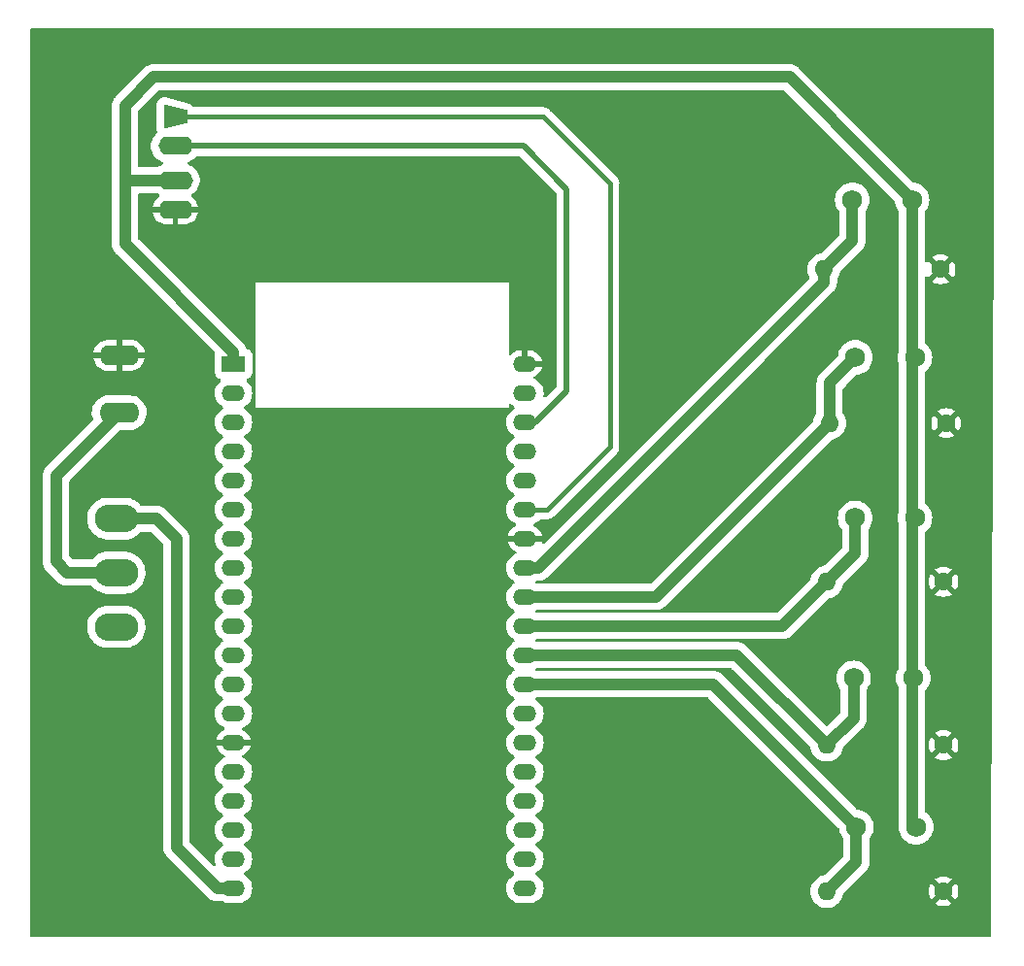
<source format=gbr>
%TF.GenerationSoftware,KiCad,Pcbnew,7.0.1*%
%TF.CreationDate,2023-12-02T06:41:28-07:00*%
%TF.ProjectId,ARC_Remote,4152435f-5265-46d6-9f74-652e6b696361,rev?*%
%TF.SameCoordinates,Original*%
%TF.FileFunction,Copper,L2,Bot*%
%TF.FilePolarity,Positive*%
%FSLAX46Y46*%
G04 Gerber Fmt 4.6, Leading zero omitted, Abs format (unit mm)*
G04 Created by KiCad (PCBNEW 7.0.1) date 2023-12-02 06:41:28*
%MOMM*%
%LPD*%
G01*
G04 APERTURE LIST*
G04 Aperture macros list*
%AMOutline4P*
0 Free polygon, 4 corners , with rotation*
0 The origin of the aperture is its center*
0 number of corners: always 4*
0 $1 to $8 corner X, Y*
0 $9 Rotation angle, in degrees counterclockwise*
0 create outline with 4 corners*
4,1,4,$1,$2,$3,$4,$5,$6,$7,$8,$1,$2,$9*%
G04 Aperture macros list end*
%TA.AperFunction,ComponentPad*%
%ADD10C,1.750000*%
%TD*%
%TA.AperFunction,ComponentPad*%
%ADD11O,3.500000X1.750000*%
%TD*%
%TA.AperFunction,ComponentPad*%
%ADD12C,1.600000*%
%TD*%
%TA.AperFunction,ComponentPad*%
%ADD13O,1.600000X1.600000*%
%TD*%
%TA.AperFunction,ComponentPad*%
%ADD14R,2.000000X1.400000*%
%TD*%
%TA.AperFunction,ComponentPad*%
%ADD15O,2.000000X1.400000*%
%TD*%
%TA.AperFunction,ComponentPad*%
%ADD16Outline4P,-1.000000X-1.050000X1.000000X-0.550000X1.000000X0.550000X-1.000000X1.050000X0.000000*%
%TD*%
%TA.AperFunction,ComponentPad*%
%ADD17O,3.000000X1.600000*%
%TD*%
%TA.AperFunction,ComponentPad*%
%ADD18O,3.800000X2.400000*%
%TD*%
%TA.AperFunction,Conductor*%
%ADD19C,0.406400*%
%TD*%
%TA.AperFunction,Conductor*%
%ADD20C,0.508000*%
%TD*%
%TA.AperFunction,Conductor*%
%ADD21C,1.015000*%
%TD*%
%TA.AperFunction,Conductor*%
%ADD22C,1.016000*%
%TD*%
G04 APERTURE END LIST*
D10*
%TO.P,SW6,1,A*%
%TO.N,/BTN_bot*%
X112750000Y-88899993D03*
%TO.P,SW6,2,B*%
%TO.N,+3V3*%
X117950013Y-88899993D03*
%TD*%
D11*
%TO.P,U2,1,1*%
%TO.N,GND*%
X48500000Y-47750000D03*
%TO.P,U2,2,2*%
%TO.N,+BATT*%
X48500000Y-52750000D03*
%TD*%
D12*
%TO.P,R4,1*%
%TO.N,GND*%
X120330000Y-81750000D03*
D13*
%TO.P,R4,2*%
%TO.N,/BTN_bot_mid*%
X110170000Y-81750000D03*
%TD*%
D12*
%TO.P,R5,1*%
%TO.N,GND*%
X120330000Y-94500000D03*
D13*
%TO.P,R5,2*%
%TO.N,/BTN_bot*%
X110170000Y-94500000D03*
%TD*%
D14*
%TO.P,U1,1,3V3*%
%TO.N,+3V3*%
X58464987Y-48498127D03*
D15*
%TO.P,U1,2,CHIP_PU*%
%TO.N,unconnected-(U1-CHIP_PU-Pad2)*%
X58464987Y-51038127D03*
%TO.P,U1,3,SENSOR_VP/GPIO36/ADC1_CH0*%
%TO.N,unconnected-(U1-SENSOR_VP{slash}GPIO36{slash}ADC1_CH0-Pad3)*%
X58464987Y-53578127D03*
%TO.P,U1,4,SENSOR_VN/GPIO39/ADC1_CH3*%
%TO.N,unconnected-(U1-SENSOR_VN{slash}GPIO39{slash}ADC1_CH3-Pad4)*%
X58464987Y-56118127D03*
%TO.P,U1,5,VDET_1/GPIO34/ADC1_CH6*%
%TO.N,unconnected-(U1-VDET_1{slash}GPIO34{slash}ADC1_CH6-Pad5)*%
X58464987Y-58658127D03*
%TO.P,U1,6,VDET_2/GPIO35/ADC1_CH7*%
%TO.N,unconnected-(U1-VDET_2{slash}GPIO35{slash}ADC1_CH7-Pad6)*%
X58464987Y-61198127D03*
%TO.P,U1,7,32K_XP/GPIO32/ADC1_CH4*%
%TO.N,unconnected-(U1-32K_XP{slash}GPIO32{slash}ADC1_CH4-Pad7)*%
X58464987Y-63738127D03*
%TO.P,U1,8,32K_XN/GPIO33/ADC1_CH5*%
%TO.N,unconnected-(U1-32K_XN{slash}GPIO33{slash}ADC1_CH5-Pad8)*%
X58464987Y-66278127D03*
%TO.P,U1,9,DAC_1/ADC2_CH8/GPIO25*%
%TO.N,unconnected-(U1-DAC_1{slash}ADC2_CH8{slash}GPIO25-Pad9)*%
X58464987Y-68818127D03*
%TO.P,U1,10,DAC_2/ADC2_CH9/GPIO26*%
%TO.N,unconnected-(U1-DAC_2{slash}ADC2_CH9{slash}GPIO26-Pad10)*%
X58464987Y-71358127D03*
%TO.P,U1,11,ADC2_CH7/GPIO27*%
%TO.N,unconnected-(U1-ADC2_CH7{slash}GPIO27-Pad11)*%
X58464987Y-73898127D03*
%TO.P,U1,12,MTMS/GPIO14/ADC2_CH6*%
%TO.N,unconnected-(U1-MTMS{slash}GPIO14{slash}ADC2_CH6-Pad12)*%
X58464987Y-76438127D03*
%TO.P,U1,13,MTDI/GPIO12/ADC2_CH5*%
%TO.N,unconnected-(U1-MTDI{slash}GPIO12{slash}ADC2_CH5-Pad13)*%
X58464987Y-78978127D03*
%TO.P,U1,14,GND*%
%TO.N,GND*%
X58464987Y-81518127D03*
%TO.P,U1,15,MTCK/GPIO13/ADC2_CH4*%
%TO.N,unconnected-(U1-MTCK{slash}GPIO13{slash}ADC2_CH4-Pad15)*%
X58464987Y-84058127D03*
%TO.P,U1,16,SD_DATA2/GPIO9*%
%TO.N,unconnected-(U1-SD_DATA2{slash}GPIO9-Pad16)*%
X58464987Y-86598127D03*
%TO.P,U1,17,SD_DATA3/GPIO10*%
%TO.N,unconnected-(U1-SD_DATA3{slash}GPIO10-Pad17)*%
X58464987Y-89138127D03*
%TO.P,U1,18,CMD*%
%TO.N,unconnected-(U1-CMD-Pad18)*%
X58464987Y-91678127D03*
%TO.P,U1,19,5V*%
%TO.N,+9V*%
X58464987Y-94218127D03*
%TO.P,U1,20,SD_CLK/GPIO6*%
%TO.N,unconnected-(U1-SD_CLK{slash}GPIO6-Pad20)*%
X83861307Y-94215407D03*
%TO.P,U1,21,SD_DATA0/GPIO7*%
%TO.N,unconnected-(U1-SD_DATA0{slash}GPIO7-Pad21)*%
X83861307Y-91675407D03*
%TO.P,U1,22,SD_DATA1/GPIO8*%
%TO.N,unconnected-(U1-SD_DATA1{slash}GPIO8-Pad22)*%
X83864987Y-89138127D03*
%TO.P,U1,23,MTDO/GPIO15/ADC2_CH3*%
%TO.N,unconnected-(U1-MTDO{slash}GPIO15{slash}ADC2_CH3-Pad23)*%
X83864987Y-86598127D03*
%TO.P,U1,24,ADC2_CH2/GPIO2*%
%TO.N,unconnected-(U1-ADC2_CH2{slash}GPIO2-Pad24)*%
X83864987Y-84058127D03*
%TO.P,U1,25,GPIO0/BOOT/ADC2_CH1*%
%TO.N,unconnected-(U1-GPIO0{slash}BOOT{slash}ADC2_CH1-Pad25)*%
X83864987Y-81518127D03*
%TO.P,U1,26,ADC2_CH0/GPIO4*%
%TO.N,unconnected-(U1-ADC2_CH0{slash}GPIO4-Pad26)*%
X83864987Y-78978127D03*
%TO.P,U1,27,GPIO16*%
%TO.N,/BTN_bot*%
X83864987Y-76438127D03*
%TO.P,U1,28,GPIO17*%
%TO.N,/BTN_bot_mid*%
X83864987Y-73898127D03*
%TO.P,U1,29,GPIO5*%
%TO.N,/BTN_mid*%
X83864987Y-71358127D03*
%TO.P,U1,30,GPIO18*%
%TO.N,/BTN_top_mid*%
X83864987Y-68818127D03*
%TO.P,U1,31,GPIO19*%
%TO.N,/BTN_top*%
X83864987Y-66278127D03*
%TO.P,U1,32,GND*%
%TO.N,GND*%
X83864987Y-63738127D03*
%TO.P,U1,33,GPIO21*%
%TO.N,/I2c_SDA*%
X83864987Y-61198127D03*
%TO.P,U1,34,U0RXD/GPIO3*%
%TO.N,unconnected-(U1-U0RXD{slash}GPIO3-Pad34)*%
X83864987Y-58658127D03*
%TO.P,U1,35,U0TXD/GPIO1*%
%TO.N,unconnected-(U1-U0TXD{slash}GPIO1-Pad35)*%
X83864987Y-56118127D03*
%TO.P,U1,36,GPIO22*%
%TO.N,/I2c_SCL*%
X83864987Y-53578127D03*
%TO.P,U1,37,GPIO23*%
%TO.N,unconnected-(U1-GPIO23-Pad37)*%
X83864987Y-51038127D03*
%TO.P,U1,38,GND*%
%TO.N,GND*%
X83864987Y-48498127D03*
%TD*%
D12*
%TO.P,R1,1*%
%TO.N,GND*%
X120080000Y-40250000D03*
D13*
%TO.P,R1,2*%
%TO.N,/BTN_top*%
X109920000Y-40250000D03*
%TD*%
D10*
%TO.P,SW2,1,A*%
%TO.N,/BTN_top*%
X112400000Y-34187493D03*
%TO.P,SW2,2,B*%
%TO.N,+3V3*%
X117600013Y-34187493D03*
%TD*%
D16*
%TO.P,IO1,1,SDA*%
%TO.N,/I2c_SDA*%
X53400000Y-26950000D03*
D17*
%TO.P,IO1,2,SCL*%
%TO.N,/I2c_SCL*%
X53400000Y-29510000D03*
%TO.P,IO1,3,5v*%
%TO.N,+3V3*%
X53400000Y-32490000D03*
%TO.P,IO1,4,GND*%
%TO.N,GND*%
X53400000Y-35050000D03*
%TD*%
D10*
%TO.P,SW5,1,A*%
%TO.N,/BTN_bot_mid*%
X112500000Y-75899993D03*
%TO.P,SW5,2,B*%
%TO.N,+3V3*%
X117700013Y-75899993D03*
%TD*%
D12*
%TO.P,R2,1*%
%TO.N,GND*%
X120580000Y-53675000D03*
D13*
%TO.P,R2,2*%
%TO.N,/BTN_top_mid*%
X110420000Y-53675000D03*
%TD*%
D10*
%TO.P,SW3,1,A*%
%TO.N,/BTN_top_mid*%
X112650000Y-47937493D03*
%TO.P,SW3,2,B*%
%TO.N,+3V3*%
X117850013Y-47937493D03*
%TD*%
D18*
%TO.P,SW1,1,A*%
%TO.N,+9V*%
X48250000Y-62000000D03*
%TO.P,SW1,2,B*%
%TO.N,+BATT*%
X48250000Y-66720000D03*
%TO.P,SW1,3,C*%
%TO.N,unconnected-(SW1-C-Pad3)*%
X48250000Y-71440000D03*
%TD*%
D10*
%TO.P,SW4,1,A*%
%TO.N,/BTN_mid*%
X112650000Y-61937493D03*
%TO.P,SW4,2,B*%
%TO.N,+3V3*%
X117850013Y-61937493D03*
%TD*%
D12*
%TO.P,R3,1*%
%TO.N,GND*%
X120330000Y-67500000D03*
D13*
%TO.P,R3,2*%
%TO.N,/BTN_mid*%
X110170000Y-67500000D03*
%TD*%
D19*
%TO.N,/I2c_SDA*%
X91250000Y-32750000D02*
X85450000Y-26950000D01*
X83864987Y-61198127D02*
X85801873Y-61198127D01*
X85450000Y-26950000D02*
X53400000Y-26950000D01*
X91250000Y-55750000D02*
X91250000Y-32750000D01*
X85801873Y-61198127D02*
X91250000Y-55750000D01*
D20*
%TO.N,/I2c_SCL*%
X53400000Y-29510000D02*
X83760000Y-29510000D01*
X83760000Y-29510000D02*
X87500000Y-33250000D01*
X87500000Y-33250000D02*
X87500000Y-50851114D01*
X84772987Y-53578127D02*
X83864987Y-53578127D01*
X87500000Y-50851114D02*
X84772987Y-53578127D01*
D21*
%TO.N,+3V3*%
X114662520Y-31250000D02*
X117600013Y-34187493D01*
D22*
X58464987Y-47464987D02*
X49000000Y-38000000D01*
X58464987Y-48498127D02*
X58464987Y-47464987D01*
X49000000Y-26000000D02*
X51500000Y-23500000D01*
X50884000Y-32490000D02*
X49000000Y-32490000D01*
X50884000Y-32490000D02*
X53400000Y-32490000D01*
D21*
X117600013Y-88549993D02*
X117950013Y-88899993D01*
X117600013Y-34187493D02*
X117600013Y-88549993D01*
D22*
X51500000Y-23500000D02*
X106912520Y-23500000D01*
X106912520Y-23500000D02*
X114662520Y-31250000D01*
X49000000Y-38000000D02*
X49000000Y-32490000D01*
X49000000Y-32490000D02*
X49000000Y-26000000D01*
D21*
%TO.N,/BTN_top*%
X112400000Y-37770000D02*
X109920000Y-40250000D01*
X103900685Y-47400685D02*
X85023243Y-66278127D01*
X109920000Y-40250000D02*
X109920000Y-41381370D01*
X109920000Y-41381370D02*
X103900685Y-47400685D01*
X85023243Y-66278127D02*
X83864987Y-66278127D01*
X112400000Y-34187493D02*
X112400000Y-37770000D01*
%TO.N,/BTN_top_mid*%
X110420000Y-53675000D02*
X110420000Y-50167493D01*
X110420000Y-50167493D02*
X112650000Y-47937493D01*
X95276873Y-68818127D02*
X83864987Y-68818127D01*
X110420000Y-53675000D02*
X95276873Y-68818127D01*
%TO.N,/BTN_mid*%
X110170000Y-67500000D02*
X106311873Y-71358127D01*
X106311873Y-71358127D02*
X83864987Y-71358127D01*
X112650000Y-61937493D02*
X112650000Y-65020000D01*
X112650000Y-65020000D02*
X110170000Y-67500000D01*
%TO.N,/BTN_bot_mid*%
X112500000Y-79420000D02*
X110170000Y-81750000D01*
X110170000Y-81750000D02*
X102318127Y-73898127D01*
X112500000Y-75899993D02*
X112500000Y-79420000D01*
X102318127Y-73898127D02*
X83864987Y-73898127D01*
%TO.N,/BTN_bot*%
X100288134Y-76438127D02*
X83864987Y-76438127D01*
X112750000Y-88899993D02*
X100288134Y-76438127D01*
X112750000Y-91920000D02*
X110170000Y-94500000D01*
X112750000Y-88899993D02*
X112750000Y-91920000D01*
%TO.N,+9V*%
X53500000Y-63750000D02*
X53500000Y-90668140D01*
X57049987Y-94218127D02*
X58464987Y-94218127D01*
X51750000Y-62000000D02*
X53500000Y-63750000D01*
X48250000Y-62000000D02*
X51750000Y-62000000D01*
X53500000Y-90668140D02*
X57049987Y-94218127D01*
D22*
%TO.N,+BATT*%
X48500000Y-52750000D02*
X43000000Y-58250000D01*
X43000000Y-65750000D02*
X43970000Y-66720000D01*
X43970000Y-66720000D02*
X48250000Y-66720000D01*
X43000000Y-58250000D02*
X43000000Y-65750000D01*
%TD*%
%TA.AperFunction,Conductor*%
%TO.N,GND*%
G36*
X124687500Y-19267113D02*
G01*
X124732887Y-19312500D01*
X124749500Y-19374500D01*
X124749500Y-19408500D01*
X124707137Y-32837467D01*
X124515339Y-93637234D01*
X124515339Y-93637247D01*
X124499905Y-98375904D01*
X124483158Y-98437733D01*
X124437789Y-98482954D01*
X124375906Y-98499500D01*
X40874500Y-98499500D01*
X40812500Y-98482887D01*
X40767113Y-98437500D01*
X40750500Y-98375500D01*
X40750500Y-71507214D01*
X45710817Y-71507214D01*
X45740203Y-71774284D01*
X45751277Y-71816641D01*
X45808163Y-72034232D01*
X45887042Y-72219849D01*
X45913246Y-72281513D01*
X46053214Y-72510861D01*
X46206254Y-72694757D01*
X46225082Y-72717381D01*
X46425190Y-72896678D01*
X46649270Y-73044928D01*
X46659708Y-73049821D01*
X46892544Y-73158971D01*
X46892546Y-73158971D01*
X46892549Y-73158973D01*
X47149839Y-73236380D01*
X47415659Y-73275500D01*
X49017084Y-73275500D01*
X49017087Y-73275500D01*
X49217967Y-73260797D01*
X49480216Y-73202379D01*
X49480216Y-73202378D01*
X49480220Y-73202378D01*
X49731174Y-73106396D01*
X49965479Y-72974898D01*
X50178140Y-72810686D01*
X50364626Y-72617261D01*
X50520961Y-72398744D01*
X50643814Y-72159793D01*
X50730567Y-71905501D01*
X50779369Y-71641288D01*
X50789182Y-71372785D01*
X50759796Y-71105714D01*
X50691837Y-70845768D01*
X50586754Y-70598487D01*
X50446787Y-70369141D01*
X50415187Y-70331170D01*
X50274919Y-70162620D01*
X50080209Y-69988160D01*
X50074810Y-69983322D01*
X49850730Y-69835072D01*
X49841886Y-69830926D01*
X49607455Y-69721028D01*
X49425988Y-69666433D01*
X49350161Y-69643620D01*
X49084341Y-69604500D01*
X47482916Y-69604500D01*
X47482913Y-69604500D01*
X47282032Y-69619202D01*
X47019783Y-69677620D01*
X46768825Y-69773604D01*
X46534521Y-69905102D01*
X46321858Y-70069314D01*
X46135373Y-70262738D01*
X45979037Y-70481257D01*
X45856186Y-70720205D01*
X45769432Y-70974499D01*
X45720630Y-71238711D01*
X45710817Y-71507214D01*
X40750500Y-71507214D01*
X40750500Y-65803039D01*
X41852827Y-65803039D01*
X41863418Y-65878974D01*
X41864078Y-65884660D01*
X41871154Y-65961018D01*
X41876073Y-65978305D01*
X41879616Y-65995100D01*
X41882103Y-66012925D01*
X41906479Y-66085653D01*
X41908173Y-66091125D01*
X41929148Y-66164846D01*
X41937163Y-66180942D01*
X41943733Y-66196803D01*
X41949450Y-66213861D01*
X41986769Y-66280861D01*
X41989439Y-66285927D01*
X42023611Y-66354555D01*
X42034451Y-66368909D01*
X42043824Y-66383293D01*
X42052574Y-66399003D01*
X42101561Y-66457996D01*
X42105116Y-66462484D01*
X42151323Y-66523671D01*
X42208011Y-66575349D01*
X42212130Y-66579283D01*
X43140714Y-67507867D01*
X43144670Y-67512010D01*
X43196327Y-67568676D01*
X43230912Y-67594793D01*
X43257523Y-67614889D01*
X43261993Y-67618429D01*
X43320998Y-67667426D01*
X43336707Y-67676176D01*
X43351092Y-67685549D01*
X43365447Y-67696390D01*
X43411042Y-67719093D01*
X43434115Y-67730582D01*
X43439115Y-67733216D01*
X43506138Y-67770548D01*
X43513502Y-67773016D01*
X43523186Y-67776262D01*
X43539053Y-67782834D01*
X43555150Y-67790850D01*
X43628921Y-67811839D01*
X43634379Y-67813530D01*
X43707068Y-67837894D01*
X43707071Y-67837894D01*
X43707073Y-67837895D01*
X43724888Y-67840379D01*
X43741679Y-67843921D01*
X43758982Y-67848845D01*
X43835363Y-67855922D01*
X43840976Y-67856572D01*
X43916963Y-67867173D01*
X43993555Y-67863632D01*
X43999282Y-67863500D01*
X46055536Y-67863500D01*
X46108169Y-67875224D01*
X46150848Y-67908181D01*
X46225079Y-67997380D01*
X46392989Y-68147826D01*
X46425190Y-68176678D01*
X46649270Y-68324928D01*
X46723262Y-68359614D01*
X46892544Y-68438971D01*
X46892546Y-68438971D01*
X46892549Y-68438973D01*
X47149839Y-68516380D01*
X47415659Y-68555500D01*
X49017084Y-68555500D01*
X49017087Y-68555500D01*
X49217967Y-68540797D01*
X49480216Y-68482379D01*
X49480216Y-68482378D01*
X49480220Y-68482378D01*
X49731174Y-68386396D01*
X49965479Y-68254898D01*
X50178140Y-68090686D01*
X50364626Y-67897261D01*
X50520961Y-67678744D01*
X50643814Y-67439793D01*
X50730567Y-67185501D01*
X50779369Y-66921288D01*
X50789182Y-66652785D01*
X50759796Y-66385714D01*
X50691837Y-66125768D01*
X50586754Y-65878487D01*
X50446787Y-65649141D01*
X50443755Y-65645498D01*
X50274919Y-65442620D01*
X50074811Y-65263323D01*
X50074810Y-65263322D01*
X49850730Y-65115072D01*
X49764729Y-65074756D01*
X49607455Y-65001028D01*
X49503664Y-64969802D01*
X49350161Y-64923620D01*
X49084341Y-64884500D01*
X47482916Y-64884500D01*
X47482913Y-64884500D01*
X47282032Y-64899202D01*
X47019783Y-64957620D01*
X46768825Y-65053604D01*
X46534521Y-65185102D01*
X46321858Y-65349314D01*
X46139398Y-65538565D01*
X46098627Y-65566623D01*
X46050130Y-65576500D01*
X44495015Y-65576500D01*
X44447562Y-65567061D01*
X44407334Y-65540181D01*
X44179819Y-65312666D01*
X44152939Y-65272438D01*
X44143500Y-65224985D01*
X44143500Y-62067214D01*
X45710817Y-62067214D01*
X45740203Y-62334284D01*
X45758876Y-62405707D01*
X45808163Y-62594232D01*
X45857855Y-62711167D01*
X45913246Y-62841513D01*
X46053214Y-63070861D01*
X46225080Y-63277379D01*
X46225082Y-63277381D01*
X46425190Y-63456678D01*
X46649270Y-63604928D01*
X46780390Y-63666395D01*
X46892544Y-63718971D01*
X46892546Y-63718971D01*
X46892549Y-63718973D01*
X47149839Y-63796380D01*
X47415659Y-63835500D01*
X49017084Y-63835500D01*
X49017087Y-63835500D01*
X49217967Y-63820797D01*
X49480216Y-63762379D01*
X49480216Y-63762378D01*
X49480220Y-63762378D01*
X49731174Y-63666396D01*
X49965479Y-63534898D01*
X50178140Y-63370686D01*
X50361083Y-63180935D01*
X50401855Y-63152877D01*
X50450352Y-63143000D01*
X51225192Y-63143000D01*
X51272645Y-63152439D01*
X51312873Y-63179319D01*
X52320681Y-64187127D01*
X52347561Y-64227355D01*
X52357000Y-64274808D01*
X52357000Y-90638858D01*
X52356868Y-90644584D01*
X52353328Y-90721157D01*
X52363914Y-90797056D01*
X52364574Y-90802742D01*
X52371648Y-90879070D01*
X52376565Y-90896353D01*
X52380108Y-90913146D01*
X52382592Y-90930952D01*
X52406951Y-91003630D01*
X52408645Y-91009100D01*
X52429616Y-91082804D01*
X52429618Y-91082808D01*
X52437630Y-91098898D01*
X52444198Y-91114755D01*
X52449910Y-91131798D01*
X52487208Y-91198764D01*
X52489877Y-91203827D01*
X52524038Y-91272430D01*
X52534866Y-91286769D01*
X52544238Y-91301152D01*
X52552987Y-91316858D01*
X52601947Y-91375818D01*
X52605504Y-91380308D01*
X52651694Y-91441473D01*
X52708337Y-91493110D01*
X52712480Y-91497066D01*
X56221059Y-95005645D01*
X56225015Y-95009788D01*
X56276654Y-95066434D01*
X56337816Y-95112621D01*
X56342307Y-95116178D01*
X56401269Y-95165140D01*
X56416966Y-95173883D01*
X56431355Y-95183258D01*
X56445697Y-95194089D01*
X56514322Y-95228260D01*
X56519352Y-95230911D01*
X56586327Y-95268216D01*
X56593587Y-95270649D01*
X56603369Y-95273928D01*
X56619236Y-95280500D01*
X56635319Y-95288509D01*
X56709051Y-95309487D01*
X56714461Y-95311162D01*
X56787175Y-95335534D01*
X56804983Y-95338018D01*
X56821778Y-95341561D01*
X56839061Y-95346479D01*
X56915389Y-95353551D01*
X56921045Y-95354207D01*
X56996973Y-95364799D01*
X57073542Y-95361259D01*
X57079269Y-95361127D01*
X57429890Y-95361127D01*
X57467174Y-95366865D01*
X57484459Y-95375388D01*
X57484856Y-95374538D01*
X57662885Y-95457554D01*
X57706474Y-95477880D01*
X57932194Y-95538361D01*
X58019438Y-95545994D01*
X58106681Y-95553627D01*
X58106683Y-95553627D01*
X58823291Y-95553627D01*
X58823293Y-95553627D01*
X58893086Y-95547520D01*
X58997780Y-95538361D01*
X59223500Y-95477880D01*
X59435287Y-95379122D01*
X59626709Y-95245087D01*
X59791947Y-95079849D01*
X59925982Y-94888428D01*
X60024740Y-94676640D01*
X60085221Y-94450920D01*
X60105588Y-94218127D01*
X60105350Y-94215407D01*
X82220705Y-94215407D01*
X82241072Y-94448197D01*
X82301554Y-94673921D01*
X82326120Y-94726602D01*
X82400312Y-94885707D01*
X82534347Y-95077129D01*
X82699585Y-95242367D01*
X82891007Y-95376402D01*
X83102794Y-95475160D01*
X83328514Y-95535641D01*
X83415758Y-95543274D01*
X83503001Y-95550907D01*
X83503003Y-95550907D01*
X84219611Y-95550907D01*
X84219613Y-95550907D01*
X84289406Y-95544800D01*
X84394100Y-95535641D01*
X84619820Y-95475160D01*
X84831607Y-95376402D01*
X85023029Y-95242367D01*
X85188267Y-95077129D01*
X85322302Y-94885708D01*
X85421060Y-94673920D01*
X85481541Y-94448200D01*
X85501908Y-94215407D01*
X85481541Y-93982614D01*
X85421060Y-93756894D01*
X85322302Y-93545107D01*
X85188267Y-93353685D01*
X85023029Y-93188447D01*
X84831607Y-93054412D01*
X84831603Y-93054410D01*
X84822720Y-93048190D01*
X84824692Y-93045373D01*
X84786675Y-93012036D01*
X84767253Y-92945407D01*
X84786675Y-92878778D01*
X84824692Y-92845440D01*
X84822720Y-92842624D01*
X84831603Y-92836403D01*
X84831607Y-92836402D01*
X85023029Y-92702367D01*
X85188267Y-92537129D01*
X85322302Y-92345708D01*
X85421060Y-92133920D01*
X85481541Y-91908200D01*
X85501908Y-91675407D01*
X85481541Y-91442614D01*
X85421060Y-91216894D01*
X85322302Y-91005107D01*
X85188267Y-90813685D01*
X85023029Y-90648447D01*
X84831607Y-90514412D01*
X84831604Y-90514410D01*
X84824451Y-90509402D01*
X84783188Y-90460222D01*
X84772049Y-90396998D01*
X84794019Y-90336677D01*
X84828243Y-90307976D01*
X84826400Y-90305344D01*
X84835283Y-90299123D01*
X84835287Y-90299122D01*
X85026709Y-90165087D01*
X85191947Y-89999849D01*
X85325982Y-89808428D01*
X85424740Y-89596640D01*
X85485221Y-89370920D01*
X85505588Y-89138127D01*
X85485221Y-88905334D01*
X85424740Y-88679614D01*
X85325982Y-88467827D01*
X85191947Y-88276405D01*
X85026709Y-88111167D01*
X84835287Y-87977132D01*
X84835283Y-87977130D01*
X84826400Y-87970910D01*
X84828372Y-87968093D01*
X84790355Y-87934756D01*
X84770933Y-87868127D01*
X84790355Y-87801498D01*
X84828372Y-87768160D01*
X84826400Y-87765344D01*
X84835283Y-87759123D01*
X84835287Y-87759122D01*
X85026709Y-87625087D01*
X85191947Y-87459849D01*
X85325982Y-87268428D01*
X85424740Y-87056640D01*
X85485221Y-86830920D01*
X85505588Y-86598127D01*
X85485221Y-86365334D01*
X85424740Y-86139614D01*
X85325982Y-85927827D01*
X85191947Y-85736405D01*
X85026709Y-85571167D01*
X84835287Y-85437132D01*
X84835283Y-85437130D01*
X84826400Y-85430910D01*
X84828372Y-85428093D01*
X84790355Y-85394756D01*
X84770933Y-85328127D01*
X84790355Y-85261498D01*
X84828372Y-85228160D01*
X84826400Y-85225344D01*
X84835283Y-85219123D01*
X84835287Y-85219122D01*
X85026709Y-85085087D01*
X85191947Y-84919849D01*
X85325982Y-84728428D01*
X85424740Y-84516640D01*
X85485221Y-84290920D01*
X85505588Y-84058127D01*
X85485221Y-83825334D01*
X85424740Y-83599614D01*
X85325982Y-83387827D01*
X85191947Y-83196405D01*
X85026709Y-83031167D01*
X84835287Y-82897132D01*
X84835283Y-82897130D01*
X84826400Y-82890910D01*
X84828372Y-82888093D01*
X84790355Y-82854756D01*
X84770933Y-82788127D01*
X84790355Y-82721498D01*
X84828372Y-82688160D01*
X84826400Y-82685344D01*
X84835283Y-82679123D01*
X84835287Y-82679122D01*
X85026709Y-82545087D01*
X85191947Y-82379849D01*
X85325982Y-82188428D01*
X85424740Y-81976640D01*
X85485221Y-81750920D01*
X85505588Y-81518127D01*
X85485221Y-81285334D01*
X85424740Y-81059614D01*
X85325982Y-80847827D01*
X85191947Y-80656405D01*
X85026709Y-80491167D01*
X84835287Y-80357132D01*
X84835283Y-80357130D01*
X84826400Y-80350910D01*
X84828369Y-80348096D01*
X84790333Y-80314721D01*
X84770933Y-80248087D01*
X84790376Y-80181464D01*
X84828374Y-80148164D01*
X84826400Y-80145344D01*
X84835283Y-80139123D01*
X84835287Y-80139122D01*
X85026709Y-80005087D01*
X85191947Y-79839849D01*
X85325982Y-79648428D01*
X85424740Y-79436640D01*
X85485221Y-79210920D01*
X85505588Y-78978127D01*
X85485221Y-78745334D01*
X85424740Y-78519614D01*
X85325982Y-78307827D01*
X85191947Y-78116405D01*
X85026709Y-77951167D01*
X84835287Y-77817132D01*
X84835283Y-77817130D01*
X84826400Y-77810910D01*
X84828371Y-77808094D01*
X84790348Y-77774743D01*
X84770934Y-77708117D01*
X84790359Y-77641493D01*
X84828377Y-77608157D01*
X84826406Y-77605341D01*
X84828967Y-77603548D01*
X84839631Y-77598289D01*
X84842539Y-77595740D01*
X84845128Y-77594533D01*
X84845524Y-77595383D01*
X84862800Y-77586865D01*
X84900084Y-77581127D01*
X99763326Y-77581127D01*
X99810779Y-77590566D01*
X99851007Y-77617446D01*
X111211132Y-88977571D01*
X111236061Y-89013338D01*
X111247069Y-89055522D01*
X111253483Y-89137019D01*
X111308986Y-89368207D01*
X111399973Y-89587867D01*
X111524202Y-89790589D01*
X111577291Y-89852750D01*
X111599336Y-89890362D01*
X111607000Y-89933280D01*
X111607000Y-91395192D01*
X111597561Y-91442645D01*
X111570681Y-91482873D01*
X110004725Y-93048827D01*
X109973795Y-93071397D01*
X109937454Y-93083455D01*
X109816395Y-93103656D01*
X109591394Y-93180900D01*
X109591390Y-93180901D01*
X109591390Y-93180902D01*
X109565278Y-93195033D01*
X109382159Y-93294132D01*
X109194433Y-93440246D01*
X109033303Y-93615279D01*
X108903188Y-93814434D01*
X108807627Y-94032293D01*
X108749224Y-94262919D01*
X108729579Y-94500000D01*
X108749224Y-94737080D01*
X108749224Y-94737083D01*
X108749225Y-94737085D01*
X108802212Y-94946326D01*
X108807627Y-94967706D01*
X108903188Y-95185565D01*
X109020288Y-95364799D01*
X109033306Y-95384724D01*
X109194430Y-95559751D01*
X109194433Y-95559753D01*
X109382159Y-95705867D01*
X109382161Y-95705868D01*
X109382165Y-95705871D01*
X109591390Y-95819098D01*
X109816398Y-95896344D01*
X110051051Y-95935500D01*
X110288949Y-95935500D01*
X110523602Y-95896344D01*
X110748610Y-95819098D01*
X110957835Y-95705871D01*
X111120805Y-95579026D01*
X119604526Y-95579026D01*
X119677515Y-95630133D01*
X119883673Y-95726266D01*
X120103397Y-95785141D01*
X120330000Y-95804966D01*
X120556602Y-95785141D01*
X120776326Y-95726266D01*
X120982480Y-95630134D01*
X121055472Y-95579025D01*
X120330001Y-94853553D01*
X120330000Y-94853553D01*
X119604526Y-95579025D01*
X119604526Y-95579026D01*
X111120805Y-95579026D01*
X111145570Y-95559751D01*
X111306694Y-95384724D01*
X111436812Y-95185564D01*
X111532374Y-94967704D01*
X111590775Y-94737085D01*
X111590775Y-94737081D01*
X111593297Y-94727124D01*
X111593424Y-94727156D01*
X111601835Y-94695324D01*
X111626655Y-94659789D01*
X111786444Y-94500000D01*
X119025033Y-94500000D01*
X119044858Y-94726602D01*
X119103733Y-94946326D01*
X119199866Y-95152484D01*
X119250972Y-95225471D01*
X119250973Y-95225472D01*
X119976446Y-94500000D01*
X119976446Y-94499999D01*
X120683553Y-94499999D01*
X121409025Y-95225472D01*
X121460134Y-95152480D01*
X121556266Y-94946326D01*
X121615141Y-94726602D01*
X121634966Y-94500000D01*
X121615141Y-94273397D01*
X121556266Y-94053673D01*
X121460133Y-93847515D01*
X121409025Y-93774526D01*
X120683553Y-94499998D01*
X120683553Y-94499999D01*
X119976446Y-94499999D01*
X119976446Y-94499998D01*
X119250973Y-93774527D01*
X119199865Y-93847516D01*
X119103733Y-94053672D01*
X119044858Y-94273397D01*
X119025033Y-94500000D01*
X111786444Y-94500000D01*
X112865471Y-93420973D01*
X119604526Y-93420973D01*
X120330000Y-94146446D01*
X120330001Y-94146446D01*
X121055472Y-93420974D01*
X121055471Y-93420972D01*
X120982484Y-93369866D01*
X120776326Y-93273733D01*
X120556602Y-93214858D01*
X120329999Y-93195033D01*
X120103397Y-93214858D01*
X119883672Y-93273733D01*
X119677516Y-93369865D01*
X119604527Y-93420973D01*
X119604526Y-93420973D01*
X112865471Y-93420973D01*
X113537529Y-92748915D01*
X113541651Y-92744980D01*
X113598306Y-92693333D01*
X113644502Y-92632157D01*
X113648017Y-92627719D01*
X113697013Y-92568718D01*
X113705763Y-92553008D01*
X113715126Y-92538638D01*
X113725962Y-92524290D01*
X113760141Y-92455648D01*
X113762766Y-92450666D01*
X113800089Y-92383660D01*
X113805803Y-92366609D01*
X113812371Y-92350754D01*
X113820382Y-92334668D01*
X113841362Y-92260926D01*
X113843050Y-92255480D01*
X113867407Y-92182812D01*
X113869890Y-92165005D01*
X113873431Y-92148220D01*
X113878352Y-92130926D01*
X113885425Y-92054591D01*
X113886079Y-92048950D01*
X113896672Y-91973014D01*
X113893132Y-91896444D01*
X113893000Y-91890718D01*
X113893000Y-89933280D01*
X113900664Y-89890362D01*
X113922709Y-89852750D01*
X113960563Y-89808427D01*
X113975799Y-89790588D01*
X114100027Y-89587866D01*
X114191013Y-89368207D01*
X114246517Y-89137018D01*
X114265171Y-88899993D01*
X114246517Y-88662968D01*
X114199668Y-88467828D01*
X114191013Y-88431778D01*
X114167246Y-88374401D01*
X114100027Y-88212120D01*
X113975799Y-88009398D01*
X113975798Y-88009397D01*
X113975797Y-88009395D01*
X113821388Y-87828604D01*
X113640597Y-87674195D01*
X113528550Y-87605533D01*
X113437873Y-87549966D01*
X113356732Y-87516356D01*
X113218214Y-87458979D01*
X112987026Y-87403476D01*
X112905529Y-87397062D01*
X112863345Y-87386054D01*
X112827578Y-87361125D01*
X101117060Y-75650607D01*
X101113104Y-75646464D01*
X101061467Y-75589821D01*
X101000302Y-75543631D01*
X100995812Y-75540074D01*
X100936852Y-75491114D01*
X100921146Y-75482365D01*
X100906763Y-75472993D01*
X100892424Y-75462165D01*
X100823821Y-75428004D01*
X100818758Y-75425335D01*
X100751792Y-75388037D01*
X100734749Y-75382325D01*
X100718892Y-75375757D01*
X100702802Y-75367745D01*
X100702798Y-75367743D01*
X100629094Y-75346772D01*
X100623624Y-75345078D01*
X100550946Y-75320719D01*
X100533140Y-75318235D01*
X100516347Y-75314692D01*
X100499064Y-75309775D01*
X100422736Y-75302701D01*
X100417050Y-75302041D01*
X100341151Y-75291455D01*
X100341148Y-75291455D01*
X100268156Y-75294829D01*
X100264578Y-75294995D01*
X100258852Y-75295127D01*
X84900084Y-75295127D01*
X84862800Y-75289389D01*
X84845524Y-75280870D01*
X84845128Y-75281721D01*
X84842539Y-75280514D01*
X84839631Y-75277964D01*
X84828967Y-75272706D01*
X84826406Y-75270913D01*
X84828377Y-75268096D01*
X84790356Y-75234757D01*
X84770934Y-75168127D01*
X84790356Y-75101497D01*
X84828377Y-75068157D01*
X84826406Y-75065341D01*
X84828967Y-75063548D01*
X84839631Y-75058289D01*
X84842539Y-75055740D01*
X84845128Y-75054533D01*
X84845524Y-75055383D01*
X84862800Y-75046865D01*
X84900084Y-75041127D01*
X101793319Y-75041127D01*
X101840772Y-75050566D01*
X101881000Y-75077446D01*
X108713341Y-81909787D01*
X108738161Y-81945320D01*
X108746575Y-81977157D01*
X108746703Y-81977125D01*
X108749224Y-81987083D01*
X108749225Y-81987085D01*
X108802212Y-82196326D01*
X108807627Y-82217706D01*
X108903188Y-82435565D01*
X108973221Y-82542758D01*
X109033306Y-82634724D01*
X109194430Y-82809751D01*
X109194433Y-82809753D01*
X109382159Y-82955867D01*
X109382161Y-82955868D01*
X109382165Y-82955871D01*
X109591390Y-83069098D01*
X109816398Y-83146344D01*
X110051051Y-83185500D01*
X110288949Y-83185500D01*
X110523602Y-83146344D01*
X110748610Y-83069098D01*
X110957835Y-82955871D01*
X111145570Y-82809751D01*
X111306694Y-82634724D01*
X111436812Y-82435564D01*
X111532374Y-82217704D01*
X111590775Y-81987085D01*
X111590775Y-81987081D01*
X111593297Y-81977124D01*
X111593424Y-81977156D01*
X111601835Y-81945324D01*
X111626655Y-81909789D01*
X113287540Y-80248905D01*
X113291662Y-80244970D01*
X113348306Y-80193333D01*
X113394499Y-80132161D01*
X113398027Y-80127707D01*
X113447013Y-80068718D01*
X113455763Y-80053008D01*
X113465126Y-80038638D01*
X113475962Y-80024290D01*
X113510141Y-79955648D01*
X113512766Y-79950666D01*
X113550089Y-79883660D01*
X113555803Y-79866609D01*
X113562371Y-79850754D01*
X113570382Y-79834668D01*
X113591362Y-79760926D01*
X113593050Y-79755480D01*
X113617407Y-79682812D01*
X113619890Y-79665005D01*
X113623431Y-79648220D01*
X113628352Y-79630926D01*
X113635425Y-79554591D01*
X113636079Y-79548950D01*
X113646672Y-79473014D01*
X113643132Y-79396444D01*
X113643000Y-79390718D01*
X113643000Y-76933280D01*
X113650664Y-76890362D01*
X113672709Y-76852750D01*
X113696218Y-76825222D01*
X113725799Y-76790588D01*
X113850027Y-76587866D01*
X113941013Y-76368207D01*
X113996517Y-76137018D01*
X114015171Y-75899993D01*
X113996517Y-75662968D01*
X113941013Y-75431779D01*
X113939449Y-75428004D01*
X113905100Y-75345078D01*
X113850027Y-75212120D01*
X113725799Y-75009398D01*
X113725798Y-75009397D01*
X113725797Y-75009395D01*
X113571388Y-74828604D01*
X113390597Y-74674195D01*
X113218000Y-74568428D01*
X113187873Y-74549966D01*
X113106732Y-74516356D01*
X112968214Y-74458979D01*
X112737026Y-74403476D01*
X112500000Y-74384822D01*
X112262973Y-74403476D01*
X112031785Y-74458979D01*
X111812125Y-74549967D01*
X111609402Y-74674195D01*
X111428611Y-74828604D01*
X111274202Y-75009395D01*
X111149974Y-75212118D01*
X111058986Y-75431778D01*
X111003483Y-75662966D01*
X110984829Y-75899993D01*
X111003483Y-76137019D01*
X111058986Y-76368207D01*
X111149973Y-76587867D01*
X111274202Y-76790589D01*
X111327291Y-76852750D01*
X111349336Y-76890362D01*
X111357000Y-76933280D01*
X111357000Y-78895191D01*
X111347561Y-78942644D01*
X111320681Y-78982872D01*
X110257680Y-80045872D01*
X110202093Y-80077966D01*
X110137905Y-80077966D01*
X110082318Y-80045872D01*
X103147053Y-73110607D01*
X103143097Y-73106464D01*
X103091460Y-73049821D01*
X103030295Y-73003631D01*
X103025805Y-73000074D01*
X102966845Y-72951114D01*
X102951139Y-72942365D01*
X102936756Y-72932993D01*
X102922417Y-72922165D01*
X102853814Y-72888004D01*
X102848751Y-72885335D01*
X102781785Y-72848037D01*
X102764742Y-72842325D01*
X102748885Y-72835757D01*
X102732795Y-72827745D01*
X102732791Y-72827743D01*
X102659087Y-72806772D01*
X102653617Y-72805078D01*
X102580939Y-72780719D01*
X102563133Y-72778235D01*
X102546340Y-72774692D01*
X102529057Y-72769775D01*
X102452729Y-72762701D01*
X102447043Y-72762041D01*
X102371144Y-72751455D01*
X102371141Y-72751455D01*
X102298149Y-72754829D01*
X102294571Y-72754995D01*
X102288845Y-72755127D01*
X84900084Y-72755127D01*
X84862800Y-72749389D01*
X84845524Y-72740870D01*
X84845128Y-72741721D01*
X84842539Y-72740514D01*
X84839631Y-72737964D01*
X84828967Y-72732706D01*
X84826406Y-72730913D01*
X84828377Y-72728096D01*
X84790356Y-72694757D01*
X84770934Y-72628127D01*
X84790356Y-72561497D01*
X84828377Y-72528157D01*
X84826406Y-72525341D01*
X84828967Y-72523548D01*
X84839631Y-72518289D01*
X84842539Y-72515740D01*
X84845128Y-72514533D01*
X84845524Y-72515383D01*
X84862800Y-72506865D01*
X84900084Y-72501127D01*
X106282591Y-72501127D01*
X106288317Y-72501259D01*
X106364887Y-72504799D01*
X106440823Y-72494206D01*
X106446464Y-72493552D01*
X106522799Y-72486479D01*
X106540093Y-72481558D01*
X106556878Y-72478017D01*
X106574685Y-72475534D01*
X106647366Y-72451172D01*
X106652799Y-72449489D01*
X106726541Y-72428509D01*
X106742627Y-72420498D01*
X106758482Y-72413930D01*
X106775533Y-72408216D01*
X106842539Y-72370893D01*
X106847521Y-72368268D01*
X106916163Y-72334089D01*
X106930511Y-72323253D01*
X106944881Y-72313890D01*
X106960591Y-72305140D01*
X107019592Y-72256144D01*
X107024038Y-72252624D01*
X107085206Y-72206433D01*
X107136864Y-72149766D01*
X107140777Y-72145668D01*
X110335277Y-68951168D01*
X110366205Y-68928600D01*
X110402542Y-68916544D01*
X110523602Y-68896344D01*
X110748610Y-68819098D01*
X110957835Y-68705871D01*
X111145570Y-68559751D01*
X111306694Y-68384724D01*
X111436812Y-68185564D01*
X111532374Y-67967704D01*
X111590775Y-67737085D01*
X111590775Y-67737081D01*
X111593297Y-67727124D01*
X111593424Y-67727156D01*
X111601835Y-67695324D01*
X111626655Y-67659789D01*
X113437529Y-65848915D01*
X113441651Y-65844980D01*
X113498306Y-65793333D01*
X113544502Y-65732157D01*
X113548017Y-65727719D01*
X113597013Y-65668718D01*
X113605763Y-65653008D01*
X113615126Y-65638638D01*
X113625962Y-65624290D01*
X113660141Y-65555648D01*
X113662766Y-65550666D01*
X113700089Y-65483660D01*
X113705803Y-65466609D01*
X113712371Y-65450754D01*
X113720382Y-65434668D01*
X113741362Y-65360926D01*
X113743050Y-65355480D01*
X113745117Y-65349314D01*
X113767407Y-65282812D01*
X113769890Y-65265005D01*
X113773431Y-65248220D01*
X113778352Y-65230926D01*
X113785425Y-65154591D01*
X113786079Y-65148950D01*
X113796672Y-65073014D01*
X113793132Y-64996444D01*
X113793000Y-64990718D01*
X113793000Y-62970780D01*
X113800664Y-62927862D01*
X113822709Y-62890250D01*
X113859205Y-62847517D01*
X113875799Y-62828088D01*
X114000027Y-62625366D01*
X114091013Y-62405707D01*
X114146517Y-62174518D01*
X114165171Y-61937493D01*
X114146517Y-61700468D01*
X114091013Y-61469279D01*
X114000027Y-61249620D01*
X113875799Y-61046898D01*
X113875798Y-61046897D01*
X113875797Y-61046895D01*
X113721388Y-60866104D01*
X113540597Y-60711695D01*
X113406163Y-60629314D01*
X113337873Y-60587466D01*
X113231303Y-60543323D01*
X113118214Y-60496479D01*
X112887026Y-60440976D01*
X112650000Y-60422322D01*
X112412973Y-60440976D01*
X112181785Y-60496479D01*
X111962125Y-60587467D01*
X111759402Y-60711695D01*
X111578611Y-60866104D01*
X111424202Y-61046895D01*
X111299974Y-61249618D01*
X111208986Y-61469278D01*
X111153483Y-61700466D01*
X111134829Y-61937493D01*
X111153483Y-62174519D01*
X111208986Y-62405707D01*
X111299973Y-62625367D01*
X111424202Y-62828089D01*
X111477291Y-62890250D01*
X111499336Y-62927862D01*
X111507000Y-62970780D01*
X111507000Y-64495192D01*
X111497561Y-64542645D01*
X111470681Y-64582873D01*
X110004725Y-66048827D01*
X109973795Y-66071397D01*
X109937454Y-66083455D01*
X109816395Y-66103656D01*
X109591394Y-66180900D01*
X109382159Y-66294132D01*
X109194433Y-66440246D01*
X109194430Y-66440248D01*
X109194430Y-66440249D01*
X109113867Y-66527762D01*
X109033303Y-66615279D01*
X108903188Y-66814434D01*
X108807627Y-67032293D01*
X108807626Y-67032296D01*
X108755516Y-67238073D01*
X108746703Y-67272875D01*
X108746575Y-67272842D01*
X108738161Y-67304679D01*
X108713341Y-67340210D01*
X105874746Y-70178808D01*
X105834518Y-70205688D01*
X105787065Y-70215127D01*
X84900084Y-70215127D01*
X84862800Y-70209389D01*
X84845524Y-70200870D01*
X84845128Y-70201721D01*
X84842539Y-70200514D01*
X84839631Y-70197964D01*
X84828967Y-70192706D01*
X84826406Y-70190913D01*
X84828377Y-70188096D01*
X84790356Y-70154757D01*
X84770934Y-70088127D01*
X84790356Y-70021497D01*
X84828377Y-69988157D01*
X84826406Y-69985341D01*
X84828967Y-69983548D01*
X84839631Y-69978289D01*
X84842539Y-69975740D01*
X84845128Y-69974533D01*
X84845524Y-69975383D01*
X84862800Y-69966865D01*
X84900084Y-69961127D01*
X95247591Y-69961127D01*
X95253317Y-69961259D01*
X95329887Y-69964799D01*
X95405823Y-69954206D01*
X95411464Y-69953552D01*
X95487799Y-69946479D01*
X95505093Y-69941558D01*
X95521878Y-69938017D01*
X95539685Y-69935534D01*
X95612366Y-69911172D01*
X95617799Y-69909489D01*
X95691541Y-69888509D01*
X95707627Y-69880498D01*
X95723482Y-69873930D01*
X95740533Y-69868216D01*
X95807539Y-69830893D01*
X95812521Y-69828268D01*
X95881163Y-69794089D01*
X95895511Y-69783253D01*
X95909881Y-69773890D01*
X95925591Y-69765140D01*
X95984592Y-69716144D01*
X95989038Y-69712624D01*
X96050206Y-69666433D01*
X96101854Y-69609776D01*
X96105788Y-69605656D01*
X110585277Y-55126168D01*
X110616205Y-55103600D01*
X110652542Y-55091544D01*
X110773602Y-55071344D01*
X110998610Y-54994098D01*
X111207835Y-54880871D01*
X111395570Y-54734751D01*
X111556694Y-54559724D01*
X111686812Y-54360564D01*
X111782374Y-54142704D01*
X111840775Y-53912085D01*
X111860420Y-53675000D01*
X111840775Y-53437915D01*
X111782374Y-53207296D01*
X111686812Y-52989436D01*
X111686811Y-52989433D01*
X111583192Y-52830833D01*
X111568155Y-52798393D01*
X111563000Y-52763011D01*
X111563000Y-50692301D01*
X111572439Y-50644848D01*
X111599319Y-50604620D01*
X111836113Y-50367826D01*
X112727580Y-49476357D01*
X112763344Y-49451431D01*
X112805528Y-49440423D01*
X112887025Y-49434010D01*
X113118214Y-49378506D01*
X113337873Y-49287520D01*
X113540595Y-49163292D01*
X113721388Y-49008881D01*
X113875799Y-48828088D01*
X114000027Y-48625366D01*
X114091013Y-48405707D01*
X114146517Y-48174518D01*
X114165171Y-47937493D01*
X114146517Y-47700468D01*
X114098389Y-47500000D01*
X114091013Y-47469278D01*
X114032783Y-47328700D01*
X114000027Y-47249620D01*
X113875799Y-47046898D01*
X113875798Y-47046897D01*
X113875797Y-47046895D01*
X113721388Y-46866104D01*
X113540597Y-46711695D01*
X113416585Y-46635701D01*
X113337873Y-46587466D01*
X113235991Y-46545265D01*
X113118214Y-46496479D01*
X112887026Y-46440976D01*
X112650000Y-46422322D01*
X112412973Y-46440976D01*
X112181785Y-46496479D01*
X111962125Y-46587467D01*
X111759402Y-46711695D01*
X111578611Y-46866104D01*
X111424202Y-47046895D01*
X111299974Y-47249618D01*
X111208986Y-47469278D01*
X111153483Y-47700466D01*
X111147069Y-47781962D01*
X111136061Y-47824146D01*
X111111132Y-47859913D01*
X109632478Y-49338567D01*
X109628336Y-49342522D01*
X109571696Y-49394157D01*
X109525507Y-49455319D01*
X109521952Y-49459806D01*
X109472987Y-49518773D01*
X109464237Y-49534481D01*
X109454871Y-49548856D01*
X109444037Y-49563204D01*
X109409868Y-49631822D01*
X109407199Y-49636885D01*
X109369911Y-49703831D01*
X109364199Y-49720874D01*
X109357630Y-49736733D01*
X109349618Y-49752823D01*
X109328644Y-49826538D01*
X109326950Y-49832008D01*
X109302592Y-49904683D01*
X109300109Y-49922480D01*
X109296567Y-49939273D01*
X109291648Y-49956564D01*
X109284574Y-50032890D01*
X109283914Y-50038574D01*
X109273328Y-50114475D01*
X109276868Y-50191049D01*
X109277000Y-50196775D01*
X109277000Y-52763011D01*
X109271845Y-52798393D01*
X109256808Y-52830833D01*
X109153188Y-52989433D01*
X109073278Y-53171612D01*
X109057626Y-53207296D01*
X109008765Y-53400242D01*
X108996703Y-53447875D01*
X108996575Y-53447842D01*
X108988161Y-53479679D01*
X108963341Y-53515210D01*
X94839746Y-67638808D01*
X94799518Y-67665688D01*
X94752065Y-67675127D01*
X84900084Y-67675127D01*
X84862800Y-67669389D01*
X84845524Y-67660870D01*
X84845128Y-67661721D01*
X84842539Y-67660514D01*
X84839631Y-67657964D01*
X84828967Y-67652706D01*
X84826406Y-67650913D01*
X84828377Y-67648096D01*
X84790356Y-67614757D01*
X84770934Y-67548127D01*
X84790356Y-67481497D01*
X84828377Y-67448157D01*
X84826406Y-67445341D01*
X84828967Y-67443548D01*
X84839631Y-67438289D01*
X84842539Y-67435740D01*
X84845128Y-67434533D01*
X84845524Y-67435383D01*
X84862800Y-67426865D01*
X84900084Y-67421127D01*
X84993961Y-67421127D01*
X84999687Y-67421259D01*
X85076257Y-67424799D01*
X85152193Y-67414206D01*
X85157834Y-67413552D01*
X85234169Y-67406479D01*
X85251463Y-67401558D01*
X85268248Y-67398017D01*
X85286055Y-67395534D01*
X85358736Y-67371172D01*
X85364169Y-67369489D01*
X85437911Y-67348509D01*
X85453997Y-67340498D01*
X85469852Y-67333930D01*
X85486903Y-67328216D01*
X85553909Y-67290893D01*
X85558891Y-67288268D01*
X85627533Y-67254089D01*
X85641881Y-67243253D01*
X85656251Y-67233890D01*
X85671961Y-67225140D01*
X85730962Y-67176144D01*
X85735408Y-67172624D01*
X85796576Y-67126433D01*
X85848224Y-67069776D01*
X85852158Y-67065656D01*
X104746277Y-48171539D01*
X104746277Y-48171538D01*
X110707529Y-42210285D01*
X110711651Y-42206350D01*
X110768306Y-42154703D01*
X110814502Y-42093527D01*
X110818017Y-42089089D01*
X110867013Y-42030088D01*
X110875763Y-42014378D01*
X110885126Y-42000008D01*
X110895962Y-41985660D01*
X110930141Y-41917018D01*
X110932766Y-41912036D01*
X110970089Y-41845030D01*
X110975803Y-41827979D01*
X110982371Y-41812124D01*
X110990382Y-41796038D01*
X111011362Y-41722296D01*
X111013050Y-41716850D01*
X111037407Y-41644182D01*
X111039890Y-41626375D01*
X111043431Y-41609590D01*
X111048352Y-41592296D01*
X111055425Y-41515961D01*
X111056079Y-41510320D01*
X111066672Y-41434384D01*
X111063132Y-41357814D01*
X111063000Y-41352088D01*
X111063000Y-41161989D01*
X111068155Y-41126607D01*
X111083192Y-41094167D01*
X111186811Y-40935566D01*
X111207283Y-40888894D01*
X111282374Y-40717704D01*
X111340775Y-40487085D01*
X111340775Y-40487081D01*
X111343297Y-40477124D01*
X111343424Y-40477156D01*
X111351835Y-40445324D01*
X111376655Y-40409789D01*
X113187529Y-38598915D01*
X113191651Y-38594980D01*
X113248306Y-38543333D01*
X113294502Y-38482157D01*
X113298017Y-38477719D01*
X113347013Y-38418718D01*
X113355763Y-38403008D01*
X113365126Y-38388638D01*
X113375962Y-38374290D01*
X113410141Y-38305648D01*
X113412766Y-38300666D01*
X113450089Y-38233660D01*
X113455803Y-38216609D01*
X113462371Y-38200754D01*
X113470382Y-38184668D01*
X113491362Y-38110926D01*
X113493050Y-38105480D01*
X113510627Y-38053039D01*
X113517407Y-38032812D01*
X113519890Y-38015005D01*
X113523431Y-37998220D01*
X113528352Y-37980926D01*
X113535425Y-37904591D01*
X113536079Y-37898950D01*
X113546672Y-37823014D01*
X113543132Y-37746444D01*
X113543000Y-37740718D01*
X113543000Y-35220780D01*
X113550664Y-35177862D01*
X113572709Y-35140250D01*
X113596218Y-35112722D01*
X113625799Y-35078088D01*
X113750027Y-34875366D01*
X113841013Y-34655707D01*
X113896517Y-34424518D01*
X113915171Y-34187493D01*
X113896517Y-33950468D01*
X113841013Y-33719279D01*
X113831163Y-33695500D01*
X113784201Y-33582124D01*
X113750027Y-33499620D01*
X113625799Y-33296898D01*
X113625798Y-33296897D01*
X113625797Y-33296895D01*
X113471388Y-33116104D01*
X113290597Y-32961695D01*
X113167424Y-32886215D01*
X113087873Y-32837466D01*
X112971161Y-32789122D01*
X112868214Y-32746479D01*
X112637026Y-32690976D01*
X112400000Y-32672322D01*
X112162973Y-32690976D01*
X111931785Y-32746479D01*
X111712125Y-32837467D01*
X111509402Y-32961695D01*
X111328611Y-33116104D01*
X111174202Y-33296895D01*
X111049974Y-33499618D01*
X110958986Y-33719278D01*
X110903483Y-33950466D01*
X110884829Y-34187492D01*
X110903483Y-34424519D01*
X110958986Y-34655707D01*
X111049973Y-34875367D01*
X111174202Y-35078089D01*
X111227291Y-35140250D01*
X111249336Y-35177862D01*
X111257000Y-35220780D01*
X111257000Y-37245192D01*
X111247561Y-37292645D01*
X111220681Y-37332873D01*
X109754725Y-38798827D01*
X109723795Y-38821397D01*
X109687454Y-38833455D01*
X109566395Y-38853656D01*
X109341394Y-38930900D01*
X109132159Y-39044132D01*
X108944433Y-39190246D01*
X108783303Y-39365279D01*
X108653188Y-39564434D01*
X108557627Y-39782293D01*
X108499224Y-40012919D01*
X108479579Y-40250000D01*
X108499224Y-40487080D01*
X108499224Y-40487083D01*
X108499225Y-40487085D01*
X108552212Y-40696326D01*
X108557627Y-40717706D01*
X108648478Y-40924828D01*
X108658910Y-40972930D01*
X108649807Y-41021301D01*
X108622603Y-41062319D01*
X103129831Y-46555093D01*
X85539937Y-64144985D01*
X85486190Y-64176570D01*
X85423866Y-64178010D01*
X85368718Y-64148941D01*
X85334684Y-64096711D01*
X85330367Y-64034520D01*
X85339039Y-63988127D01*
X82390935Y-63988127D01*
X82405851Y-64067927D01*
X82486189Y-64275305D01*
X82603265Y-64464389D01*
X82753087Y-64628736D01*
X82930560Y-64762758D01*
X83050446Y-64822453D01*
X83101018Y-64868854D01*
X83119165Y-64935045D01*
X83099326Y-65000748D01*
X83047580Y-65045836D01*
X82894689Y-65117131D01*
X82894687Y-65117132D01*
X82703265Y-65251167D01*
X82703261Y-65251170D01*
X82538030Y-65416401D01*
X82538027Y-65416404D01*
X82538027Y-65416405D01*
X82452490Y-65538565D01*
X82403991Y-65607828D01*
X82305234Y-65819612D01*
X82244752Y-66045336D01*
X82224385Y-66278127D01*
X82244752Y-66510917D01*
X82305234Y-66736641D01*
X82322901Y-66774527D01*
X82403992Y-66948427D01*
X82538027Y-67139849D01*
X82703265Y-67305087D01*
X82894687Y-67439122D01*
X82894690Y-67439123D01*
X82903574Y-67445344D01*
X82901602Y-67448158D01*
X82939623Y-67481506D01*
X82959040Y-67548127D01*
X82939623Y-67614748D01*
X82901602Y-67648095D01*
X82903574Y-67650910D01*
X82894690Y-67657130D01*
X82894687Y-67657132D01*
X82732712Y-67770548D01*
X82703261Y-67791170D01*
X82538030Y-67956401D01*
X82538027Y-67956404D01*
X82538027Y-67956405D01*
X82530116Y-67967704D01*
X82403991Y-68147828D01*
X82305234Y-68359612D01*
X82244752Y-68585336D01*
X82224385Y-68818126D01*
X82244752Y-69050917D01*
X82244753Y-69050920D01*
X82305234Y-69276640D01*
X82403992Y-69488427D01*
X82538027Y-69679849D01*
X82703265Y-69845087D01*
X82894687Y-69979122D01*
X82894690Y-69979123D01*
X82903574Y-69985344D01*
X82901602Y-69988158D01*
X82939623Y-70021506D01*
X82959040Y-70088127D01*
X82939623Y-70154748D01*
X82901602Y-70188095D01*
X82903574Y-70190910D01*
X82894690Y-70197130D01*
X82894687Y-70197132D01*
X82703265Y-70331167D01*
X82703261Y-70331170D01*
X82538030Y-70496401D01*
X82403991Y-70687828D01*
X82305234Y-70899612D01*
X82244752Y-71125336D01*
X82224385Y-71358126D01*
X82244752Y-71590917D01*
X82244753Y-71590920D01*
X82305234Y-71816640D01*
X82403992Y-72028427D01*
X82538027Y-72219849D01*
X82703265Y-72385087D01*
X82894687Y-72519122D01*
X82894690Y-72519123D01*
X82903574Y-72525344D01*
X82901602Y-72528158D01*
X82939623Y-72561506D01*
X82959040Y-72628127D01*
X82939623Y-72694748D01*
X82901602Y-72728095D01*
X82903574Y-72730910D01*
X82894690Y-72737130D01*
X82894687Y-72737132D01*
X82736297Y-72848038D01*
X82703261Y-72871170D01*
X82538030Y-73036401D01*
X82538027Y-73036404D01*
X82538027Y-73036405D01*
X82421811Y-73202379D01*
X82403991Y-73227828D01*
X82305234Y-73439612D01*
X82244752Y-73665336D01*
X82224385Y-73898126D01*
X82244752Y-74130917D01*
X82305234Y-74356641D01*
X82352956Y-74458980D01*
X82403992Y-74568427D01*
X82538027Y-74759849D01*
X82703265Y-74925087D01*
X82894687Y-75059122D01*
X82894690Y-75059123D01*
X82903574Y-75065344D01*
X82901602Y-75068158D01*
X82939623Y-75101506D01*
X82959040Y-75168127D01*
X82939623Y-75234748D01*
X82901602Y-75268095D01*
X82903574Y-75270910D01*
X82894690Y-75277130D01*
X82894687Y-75277132D01*
X82736297Y-75388038D01*
X82703261Y-75411170D01*
X82538030Y-75576401D01*
X82538027Y-75576404D01*
X82538027Y-75576405D01*
X82487490Y-75648580D01*
X82403991Y-75767828D01*
X82305234Y-75979612D01*
X82244752Y-76205336D01*
X82224385Y-76438126D01*
X82244752Y-76670917D01*
X82305234Y-76896641D01*
X82339365Y-76969834D01*
X82403992Y-77108427D01*
X82538027Y-77299849D01*
X82703265Y-77465087D01*
X82894687Y-77599122D01*
X82894690Y-77599123D01*
X82903574Y-77605344D01*
X82901602Y-77608158D01*
X82939623Y-77641506D01*
X82959040Y-77708127D01*
X82939623Y-77774748D01*
X82901602Y-77808095D01*
X82903574Y-77810910D01*
X82894690Y-77817130D01*
X82894687Y-77817132D01*
X82703265Y-77951167D01*
X82703261Y-77951170D01*
X82538030Y-78116401D01*
X82403991Y-78307828D01*
X82305234Y-78519612D01*
X82244752Y-78745336D01*
X82224385Y-78978126D01*
X82244752Y-79210917D01*
X82294463Y-79396444D01*
X82305234Y-79436640D01*
X82403992Y-79648427D01*
X82538027Y-79839849D01*
X82703265Y-80005087D01*
X82894687Y-80139122D01*
X82894690Y-80139123D01*
X82903574Y-80145344D01*
X82901602Y-80148158D01*
X82939623Y-80181506D01*
X82959040Y-80248127D01*
X82939623Y-80314748D01*
X82901602Y-80348095D01*
X82903574Y-80350910D01*
X82894690Y-80357130D01*
X82894687Y-80357132D01*
X82703265Y-80491167D01*
X82703261Y-80491170D01*
X82538030Y-80656401D01*
X82538027Y-80656404D01*
X82538027Y-80656405D01*
X82443178Y-80791864D01*
X82403991Y-80847828D01*
X82305234Y-81059612D01*
X82244752Y-81285336D01*
X82224385Y-81518127D01*
X82244752Y-81750917D01*
X82305234Y-81976641D01*
X82341916Y-82055305D01*
X82403992Y-82188427D01*
X82538027Y-82379849D01*
X82703265Y-82545087D01*
X82894687Y-82679122D01*
X82894690Y-82679123D01*
X82903574Y-82685344D01*
X82901602Y-82688158D01*
X82939623Y-82721506D01*
X82959040Y-82788127D01*
X82939623Y-82854748D01*
X82901602Y-82888095D01*
X82903574Y-82890910D01*
X82894690Y-82897130D01*
X82894687Y-82897132D01*
X82781672Y-82976266D01*
X82703261Y-83031170D01*
X82538030Y-83196401D01*
X82403991Y-83387828D01*
X82305234Y-83599612D01*
X82244752Y-83825336D01*
X82224385Y-84058127D01*
X82244752Y-84290917D01*
X82244753Y-84290920D01*
X82305234Y-84516640D01*
X82403992Y-84728427D01*
X82538027Y-84919849D01*
X82703265Y-85085087D01*
X82894687Y-85219122D01*
X82894690Y-85219123D01*
X82903574Y-85225344D01*
X82901602Y-85228158D01*
X82939623Y-85261506D01*
X82959040Y-85328127D01*
X82939623Y-85394748D01*
X82901602Y-85428095D01*
X82903574Y-85430910D01*
X82894690Y-85437130D01*
X82894687Y-85437132D01*
X82703265Y-85571167D01*
X82703261Y-85571170D01*
X82538030Y-85736401D01*
X82403991Y-85927828D01*
X82305234Y-86139612D01*
X82244752Y-86365336D01*
X82224385Y-86598127D01*
X82244752Y-86830917D01*
X82244753Y-86830920D01*
X82305234Y-87056640D01*
X82403992Y-87268427D01*
X82538027Y-87459849D01*
X82703265Y-87625087D01*
X82894687Y-87759122D01*
X82894690Y-87759123D01*
X82903574Y-87765344D01*
X82901602Y-87768158D01*
X82939623Y-87801506D01*
X82959040Y-87868127D01*
X82939623Y-87934748D01*
X82901602Y-87968095D01*
X82903574Y-87970910D01*
X82894690Y-87977130D01*
X82894687Y-87977132D01*
X82703265Y-88111167D01*
X82703261Y-88111170D01*
X82538030Y-88276401D01*
X82538027Y-88276404D01*
X82538027Y-88276405D01*
X82429233Y-88431779D01*
X82403991Y-88467828D01*
X82305234Y-88679612D01*
X82244752Y-88905336D01*
X82224385Y-89138127D01*
X82244752Y-89370917D01*
X82244753Y-89370920D01*
X82305234Y-89596640D01*
X82403992Y-89808427D01*
X82538027Y-89999849D01*
X82703265Y-90165087D01*
X82824562Y-90250020D01*
X82901841Y-90304131D01*
X82943097Y-90353294D01*
X82954248Y-90416497D01*
X82932307Y-90476809D01*
X82898055Y-90505563D01*
X82899894Y-90508190D01*
X82891010Y-90514410D01*
X82891007Y-90514412D01*
X82705102Y-90644584D01*
X82699581Y-90648450D01*
X82534350Y-90813681D01*
X82534347Y-90813684D01*
X82534347Y-90813685D01*
X82452236Y-90930952D01*
X82400311Y-91005108D01*
X82301554Y-91216892D01*
X82241072Y-91442616D01*
X82220705Y-91675406D01*
X82241072Y-91908197D01*
X82301554Y-92133921D01*
X82328331Y-92191344D01*
X82400312Y-92345707D01*
X82534347Y-92537129D01*
X82699585Y-92702367D01*
X82891007Y-92836402D01*
X82891010Y-92836403D01*
X82899894Y-92842624D01*
X82897922Y-92845438D01*
X82935943Y-92878786D01*
X82955360Y-92945407D01*
X82935943Y-93012028D01*
X82897922Y-93045375D01*
X82899894Y-93048190D01*
X82891010Y-93054410D01*
X82891007Y-93054412D01*
X82699585Y-93188447D01*
X82699581Y-93188450D01*
X82534350Y-93353681D01*
X82534347Y-93353684D01*
X82534347Y-93353685D01*
X82487232Y-93420973D01*
X82400311Y-93545108D01*
X82301554Y-93756892D01*
X82241072Y-93982616D01*
X82220705Y-94215407D01*
X60105350Y-94215407D01*
X60085221Y-93985334D01*
X60024740Y-93759614D01*
X59925982Y-93547827D01*
X59791947Y-93356405D01*
X59626709Y-93191167D01*
X59435287Y-93057132D01*
X59435283Y-93057130D01*
X59426400Y-93050910D01*
X59428372Y-93048093D01*
X59390355Y-93014756D01*
X59370933Y-92948127D01*
X59390355Y-92881498D01*
X59428372Y-92848160D01*
X59426400Y-92845344D01*
X59435283Y-92839123D01*
X59435287Y-92839122D01*
X59626709Y-92705087D01*
X59791947Y-92539849D01*
X59925982Y-92348428D01*
X60024740Y-92136640D01*
X60085221Y-91910920D01*
X60105588Y-91678127D01*
X60085221Y-91445334D01*
X60024740Y-91219614D01*
X59925982Y-91007827D01*
X59791947Y-90816405D01*
X59626709Y-90651167D01*
X59435287Y-90517132D01*
X59435283Y-90517130D01*
X59426400Y-90510910D01*
X59428372Y-90508093D01*
X59390355Y-90474756D01*
X59370933Y-90408127D01*
X59390355Y-90341498D01*
X59428372Y-90308160D01*
X59426400Y-90305344D01*
X59435283Y-90299123D01*
X59435287Y-90299122D01*
X59626709Y-90165087D01*
X59791947Y-89999849D01*
X59925982Y-89808428D01*
X60024740Y-89596640D01*
X60085221Y-89370920D01*
X60105588Y-89138127D01*
X60085221Y-88905334D01*
X60024740Y-88679614D01*
X59925982Y-88467827D01*
X59791947Y-88276405D01*
X59626709Y-88111167D01*
X59435287Y-87977132D01*
X59435283Y-87977130D01*
X59426400Y-87970910D01*
X59428372Y-87968093D01*
X59390355Y-87934756D01*
X59370933Y-87868127D01*
X59390355Y-87801498D01*
X59428372Y-87768160D01*
X59426400Y-87765344D01*
X59435283Y-87759123D01*
X59435287Y-87759122D01*
X59626709Y-87625087D01*
X59791947Y-87459849D01*
X59925982Y-87268428D01*
X60024740Y-87056640D01*
X60085221Y-86830920D01*
X60105588Y-86598127D01*
X60085221Y-86365334D01*
X60024740Y-86139614D01*
X59925982Y-85927827D01*
X59791947Y-85736405D01*
X59626709Y-85571167D01*
X59435287Y-85437132D01*
X59435283Y-85437130D01*
X59426400Y-85430910D01*
X59428372Y-85428093D01*
X59390355Y-85394756D01*
X59370933Y-85328127D01*
X59390355Y-85261498D01*
X59428372Y-85228160D01*
X59426400Y-85225344D01*
X59435283Y-85219123D01*
X59435287Y-85219122D01*
X59626709Y-85085087D01*
X59791947Y-84919849D01*
X59925982Y-84728428D01*
X60024740Y-84516640D01*
X60085221Y-84290920D01*
X60105588Y-84058127D01*
X60085221Y-83825334D01*
X60024740Y-83599614D01*
X59925982Y-83387827D01*
X59791947Y-83196405D01*
X59626709Y-83031167D01*
X59435287Y-82897132D01*
X59344394Y-82854748D01*
X59282393Y-82825836D01*
X59230647Y-82780748D01*
X59210808Y-82715045D01*
X59228955Y-82648853D01*
X59279527Y-82602453D01*
X59399413Y-82542757D01*
X59576886Y-82408736D01*
X59726708Y-82244389D01*
X59843784Y-82055305D01*
X59924122Y-81847927D01*
X59939039Y-81768127D01*
X56990935Y-81768127D01*
X57005851Y-81847927D01*
X57086189Y-82055305D01*
X57203265Y-82244389D01*
X57353087Y-82408736D01*
X57530560Y-82542758D01*
X57650446Y-82602453D01*
X57701018Y-82648854D01*
X57719165Y-82715045D01*
X57699326Y-82780748D01*
X57647580Y-82825836D01*
X57531141Y-82880133D01*
X57494687Y-82897132D01*
X57410805Y-82955867D01*
X57303261Y-83031170D01*
X57138030Y-83196401D01*
X57003991Y-83387828D01*
X56905234Y-83599612D01*
X56844752Y-83825336D01*
X56824385Y-84058126D01*
X56844752Y-84290917D01*
X56844753Y-84290920D01*
X56905234Y-84516640D01*
X57003992Y-84728427D01*
X57138027Y-84919849D01*
X57303265Y-85085087D01*
X57494687Y-85219122D01*
X57494690Y-85219123D01*
X57503574Y-85225344D01*
X57501602Y-85228158D01*
X57539623Y-85261506D01*
X57559040Y-85328127D01*
X57539623Y-85394748D01*
X57501602Y-85428095D01*
X57503574Y-85430910D01*
X57494690Y-85437130D01*
X57494687Y-85437132D01*
X57303265Y-85571167D01*
X57303261Y-85571170D01*
X57138030Y-85736401D01*
X57003991Y-85927828D01*
X56905234Y-86139612D01*
X56844752Y-86365336D01*
X56824385Y-86598126D01*
X56844752Y-86830917D01*
X56844753Y-86830920D01*
X56905234Y-87056640D01*
X57003992Y-87268427D01*
X57138027Y-87459849D01*
X57303265Y-87625087D01*
X57494687Y-87759122D01*
X57494690Y-87759123D01*
X57503574Y-87765344D01*
X57501602Y-87768158D01*
X57539623Y-87801506D01*
X57559040Y-87868127D01*
X57539623Y-87934748D01*
X57501602Y-87968095D01*
X57503574Y-87970910D01*
X57494690Y-87977130D01*
X57494687Y-87977132D01*
X57303265Y-88111167D01*
X57303261Y-88111170D01*
X57138030Y-88276401D01*
X57138027Y-88276404D01*
X57138027Y-88276405D01*
X57029233Y-88431779D01*
X57003991Y-88467828D01*
X56905234Y-88679612D01*
X56844752Y-88905336D01*
X56824385Y-89138127D01*
X56844752Y-89370917D01*
X56844753Y-89370920D01*
X56905234Y-89596640D01*
X57003992Y-89808427D01*
X57138027Y-89999849D01*
X57303265Y-90165087D01*
X57494687Y-90299122D01*
X57494690Y-90299123D01*
X57503574Y-90305344D01*
X57501602Y-90308158D01*
X57539623Y-90341506D01*
X57559040Y-90408127D01*
X57539623Y-90474748D01*
X57501602Y-90508095D01*
X57503574Y-90510910D01*
X57494690Y-90517130D01*
X57494687Y-90517132D01*
X57303265Y-90651167D01*
X57303261Y-90651170D01*
X57138030Y-90816401D01*
X57138027Y-90816404D01*
X57138027Y-90816405D01*
X57005032Y-91006342D01*
X57003991Y-91007828D01*
X56905234Y-91219612D01*
X56844752Y-91445336D01*
X56824385Y-91678127D01*
X56844752Y-91910917D01*
X56902693Y-92127156D01*
X56902693Y-92191344D01*
X56870599Y-92246931D01*
X56815012Y-92279025D01*
X56750824Y-92279025D01*
X56695237Y-92246931D01*
X54679319Y-90231013D01*
X54652439Y-90190785D01*
X54643000Y-90143332D01*
X54643000Y-63779282D01*
X54643132Y-63773556D01*
X54643649Y-63762378D01*
X54646672Y-63696986D01*
X54636080Y-63621058D01*
X54635423Y-63615387D01*
X54628352Y-63539074D01*
X54623435Y-63521793D01*
X54619890Y-63504991D01*
X54617407Y-63487188D01*
X54593035Y-63414474D01*
X54591360Y-63409064D01*
X54570382Y-63335332D01*
X54562373Y-63319249D01*
X54555801Y-63303382D01*
X54550089Y-63286341D01*
X54550089Y-63286340D01*
X54512784Y-63219365D01*
X54510133Y-63214335D01*
X54475962Y-63145710D01*
X54465131Y-63131367D01*
X54455756Y-63116979D01*
X54447013Y-63101282D01*
X54398051Y-63042320D01*
X54394494Y-63037829D01*
X54348307Y-62976667D01*
X54291661Y-62925028D01*
X54287518Y-62921072D01*
X52578926Y-61212480D01*
X52574970Y-61208337D01*
X52523333Y-61151694D01*
X52462168Y-61105504D01*
X52457678Y-61101947D01*
X52398718Y-61052987D01*
X52383012Y-61044238D01*
X52368629Y-61034866D01*
X52354290Y-61024038D01*
X52285687Y-60989877D01*
X52280624Y-60987208D01*
X52213658Y-60949910D01*
X52196615Y-60944198D01*
X52180758Y-60937630D01*
X52164668Y-60929618D01*
X52164664Y-60929616D01*
X52090960Y-60908645D01*
X52085490Y-60906951D01*
X52012812Y-60882592D01*
X51995006Y-60880108D01*
X51978213Y-60876565D01*
X51960930Y-60871648D01*
X51884602Y-60864574D01*
X51878916Y-60863914D01*
X51803017Y-60853328D01*
X51803014Y-60853328D01*
X51730022Y-60856702D01*
X51726444Y-60856868D01*
X51720718Y-60857000D01*
X50444880Y-60857000D01*
X50392247Y-60845276D01*
X50349568Y-60812319D01*
X50274920Y-60722619D01*
X50074811Y-60543323D01*
X50074810Y-60543322D01*
X49850730Y-60395072D01*
X49754558Y-60349988D01*
X49607455Y-60281028D01*
X49463172Y-60237620D01*
X49350161Y-60203620D01*
X49084341Y-60164500D01*
X47482916Y-60164500D01*
X47482913Y-60164500D01*
X47282032Y-60179202D01*
X47019783Y-60237620D01*
X46768825Y-60333604D01*
X46534521Y-60465102D01*
X46321858Y-60629314D01*
X46135373Y-60822738D01*
X45979037Y-61041257D01*
X45856186Y-61280205D01*
X45769432Y-61534499D01*
X45720630Y-61798711D01*
X45710817Y-62067214D01*
X44143500Y-62067214D01*
X44143500Y-58775015D01*
X44152939Y-58727562D01*
X44179819Y-58687334D01*
X48570334Y-54296819D01*
X48610562Y-54269939D01*
X48658015Y-54260500D01*
X49435871Y-54260500D01*
X49435872Y-54260500D01*
X49618090Y-54245790D01*
X49854883Y-54187425D01*
X50079248Y-54091832D01*
X50285373Y-53961487D01*
X50467920Y-53799764D01*
X50622161Y-53610853D01*
X50744101Y-53399647D01*
X50830583Y-53171615D01*
X50879365Y-52932663D01*
X50889185Y-52688980D01*
X50859788Y-52446878D01*
X50791937Y-52212627D01*
X50687387Y-51992293D01*
X50548847Y-51791583D01*
X50379905Y-51615696D01*
X50184937Y-51469187D01*
X50184935Y-51469186D01*
X50184934Y-51469185D01*
X49968994Y-51355850D01*
X49737659Y-51278620D01*
X49496941Y-51239500D01*
X49496940Y-51239500D01*
X47564128Y-51239500D01*
X47381910Y-51254209D01*
X47381910Y-51254210D01*
X47145113Y-51312576D01*
X46920756Y-51408165D01*
X46829247Y-51466032D01*
X46714627Y-51538513D01*
X46714625Y-51538514D01*
X46714623Y-51538516D01*
X46532080Y-51700235D01*
X46377838Y-51889146D01*
X46255900Y-52100350D01*
X46169416Y-52328387D01*
X46120634Y-52567339D01*
X46110814Y-52811016D01*
X46140212Y-53053124D01*
X46208063Y-53287374D01*
X46214795Y-53301562D01*
X46226696Y-53350558D01*
X46218107Y-53400242D01*
X46190447Y-53442398D01*
X42212129Y-57420716D01*
X42207988Y-57424671D01*
X42151322Y-57476330D01*
X42105109Y-57537523D01*
X42101556Y-57542008D01*
X42052573Y-57600998D01*
X42043819Y-57616713D01*
X42034455Y-57631084D01*
X42023613Y-57645443D01*
X42023611Y-57645446D01*
X41989431Y-57714089D01*
X41986760Y-57719155D01*
X41949451Y-57786136D01*
X41943734Y-57803193D01*
X41937166Y-57819049D01*
X41929150Y-57835147D01*
X41908171Y-57908880D01*
X41906477Y-57914349D01*
X41882103Y-57987073D01*
X41879618Y-58004887D01*
X41876076Y-58021681D01*
X41871155Y-58038979D01*
X41864078Y-58115339D01*
X41863418Y-58121023D01*
X41852827Y-58196959D01*
X41852827Y-58196962D01*
X41852827Y-58196963D01*
X41852950Y-58199614D01*
X41856368Y-58273556D01*
X41856500Y-58279282D01*
X41856500Y-65720718D01*
X41856368Y-65726444D01*
X41852827Y-65803039D01*
X40750500Y-65803039D01*
X40750500Y-48000000D01*
X46272310Y-48000000D01*
X46305519Y-48154090D01*
X46392786Y-48371265D01*
X46515508Y-48570578D01*
X46670145Y-48746279D01*
X46852247Y-48893317D01*
X47056588Y-49007469D01*
X47277280Y-49085444D01*
X47507968Y-49125000D01*
X48250000Y-49125000D01*
X48250000Y-48000000D01*
X48750000Y-48000000D01*
X48750000Y-49125000D01*
X49433408Y-49125000D01*
X49608214Y-49110121D01*
X49834724Y-49051143D01*
X50048004Y-48954734D01*
X50241924Y-48823667D01*
X50410906Y-48661711D01*
X50550085Y-48473529D01*
X50655459Y-48264531D01*
X50723997Y-48040731D01*
X50729213Y-48000000D01*
X48750000Y-48000000D01*
X48250000Y-48000000D01*
X46272310Y-48000000D01*
X40750500Y-48000000D01*
X40750500Y-47500000D01*
X46270787Y-47500000D01*
X48250000Y-47500000D01*
X48250000Y-46375000D01*
X48750000Y-46375000D01*
X48750000Y-47500000D01*
X50727690Y-47500000D01*
X50694480Y-47345909D01*
X50607213Y-47128734D01*
X50484491Y-46929421D01*
X50329854Y-46753720D01*
X50147752Y-46606682D01*
X49943411Y-46492530D01*
X49722719Y-46414555D01*
X49492032Y-46375000D01*
X48750000Y-46375000D01*
X48250000Y-46375000D01*
X47566592Y-46375000D01*
X47391785Y-46389878D01*
X47165275Y-46448856D01*
X46951995Y-46545265D01*
X46758075Y-46676332D01*
X46589093Y-46838288D01*
X46449914Y-47026470D01*
X46344540Y-47235468D01*
X46276002Y-47459268D01*
X46270787Y-47500000D01*
X40750500Y-47500000D01*
X40750500Y-38053039D01*
X47852827Y-38053039D01*
X47863418Y-38128974D01*
X47864078Y-38134660D01*
X47871154Y-38211018D01*
X47876073Y-38228305D01*
X47879616Y-38245100D01*
X47882103Y-38262925D01*
X47906479Y-38335653D01*
X47908173Y-38341125D01*
X47929148Y-38414846D01*
X47937163Y-38430942D01*
X47943733Y-38446803D01*
X47949450Y-38463861D01*
X47986769Y-38530861D01*
X47989439Y-38535927D01*
X48023611Y-38604555D01*
X48034451Y-38618909D01*
X48043824Y-38633293D01*
X48052574Y-38649003D01*
X48101561Y-38707996D01*
X48105116Y-38712484D01*
X48151323Y-38773671D01*
X48208011Y-38825349D01*
X48212130Y-38829283D01*
X56836398Y-47453551D01*
X56868821Y-47510394D01*
X56867794Y-47575826D01*
X56832322Y-47697923D01*
X56829487Y-47733949D01*
X56829487Y-49262306D01*
X56832322Y-49298332D01*
X56877117Y-49452519D01*
X56942576Y-49563204D01*
X56958852Y-49590725D01*
X57072389Y-49704262D01*
X57154505Y-49752825D01*
X57210594Y-49785996D01*
X57255535Y-49799053D01*
X57309988Y-49831836D01*
X57341044Y-49887291D01*
X57340545Y-49950849D01*
X57308621Y-50005810D01*
X57138030Y-50176401D01*
X57138027Y-50176404D01*
X57138027Y-50176405D01*
X57067466Y-50277177D01*
X57003991Y-50367828D01*
X56905234Y-50579612D01*
X56844752Y-50805336D01*
X56824385Y-51038127D01*
X56844752Y-51270917D01*
X56905234Y-51496641D01*
X56924761Y-51538516D01*
X57003992Y-51708427D01*
X57138027Y-51899849D01*
X57303265Y-52065087D01*
X57494687Y-52199122D01*
X57494690Y-52199123D01*
X57503574Y-52205344D01*
X57501602Y-52208158D01*
X57539623Y-52241506D01*
X57559040Y-52308127D01*
X57539623Y-52374748D01*
X57501602Y-52408095D01*
X57503574Y-52410910D01*
X57494690Y-52417130D01*
X57494687Y-52417132D01*
X57312264Y-52544866D01*
X57303261Y-52551170D01*
X57138030Y-52716401D01*
X57138027Y-52716404D01*
X57138027Y-52716405D01*
X57057904Y-52830833D01*
X57003991Y-52907828D01*
X56905234Y-53119612D01*
X56844752Y-53345336D01*
X56824385Y-53578127D01*
X56844752Y-53810917D01*
X56905234Y-54036641D01*
X56954693Y-54142706D01*
X57003992Y-54248427D01*
X57138027Y-54439849D01*
X57303265Y-54605087D01*
X57494687Y-54739122D01*
X57494690Y-54739123D01*
X57503574Y-54745344D01*
X57501600Y-54748162D01*
X57539602Y-54781472D01*
X57559040Y-54848087D01*
X57539644Y-54914714D01*
X57501605Y-54948098D01*
X57503574Y-54950910D01*
X57494690Y-54957130D01*
X57494687Y-54957132D01*
X57303265Y-55091167D01*
X57303261Y-55091170D01*
X57138030Y-55256401D01*
X57003991Y-55447828D01*
X56905234Y-55659612D01*
X56844752Y-55885336D01*
X56824385Y-56118126D01*
X56844752Y-56350917D01*
X56850057Y-56370717D01*
X56905234Y-56576640D01*
X57003992Y-56788427D01*
X57138027Y-56979849D01*
X57303265Y-57145087D01*
X57494687Y-57279122D01*
X57494690Y-57279123D01*
X57503574Y-57285344D01*
X57501602Y-57288158D01*
X57539623Y-57321506D01*
X57559040Y-57388127D01*
X57539623Y-57454748D01*
X57501602Y-57488095D01*
X57503574Y-57490910D01*
X57494690Y-57497130D01*
X57494687Y-57497132D01*
X57313181Y-57624224D01*
X57303261Y-57631170D01*
X57138030Y-57796401D01*
X57138027Y-57796404D01*
X57138027Y-57796405D01*
X57004520Y-57987073D01*
X57003991Y-57987828D01*
X56905234Y-58199612D01*
X56844752Y-58425336D01*
X56824385Y-58658126D01*
X56844752Y-58890917D01*
X56844753Y-58890920D01*
X56905234Y-59116640D01*
X57003992Y-59328427D01*
X57138027Y-59519849D01*
X57303265Y-59685087D01*
X57494687Y-59819122D01*
X57494690Y-59819123D01*
X57503574Y-59825344D01*
X57501602Y-59828158D01*
X57539623Y-59861506D01*
X57559040Y-59928127D01*
X57539623Y-59994748D01*
X57501602Y-60028095D01*
X57503574Y-60030910D01*
X57494690Y-60037130D01*
X57494687Y-60037132D01*
X57303265Y-60171167D01*
X57303261Y-60171170D01*
X57138030Y-60336401D01*
X57138027Y-60336404D01*
X57138027Y-60336405D01*
X57025942Y-60496479D01*
X57003991Y-60527828D01*
X56905234Y-60739612D01*
X56844752Y-60965336D01*
X56824385Y-61198126D01*
X56844752Y-61430917D01*
X56905234Y-61656641D01*
X56946106Y-61744291D01*
X57003992Y-61868427D01*
X57138027Y-62059849D01*
X57303265Y-62225087D01*
X57494687Y-62359122D01*
X57494690Y-62359123D01*
X57503574Y-62365344D01*
X57501602Y-62368158D01*
X57539623Y-62401506D01*
X57559040Y-62468127D01*
X57539623Y-62534748D01*
X57501602Y-62568095D01*
X57503574Y-62570910D01*
X57494690Y-62577130D01*
X57494687Y-62577132D01*
X57303265Y-62711167D01*
X57303261Y-62711170D01*
X57138030Y-62876401D01*
X57138027Y-62876404D01*
X57138027Y-62876405D01*
X57024997Y-63037829D01*
X57003991Y-63067828D01*
X56905234Y-63279612D01*
X56844752Y-63505336D01*
X56824385Y-63738127D01*
X56844752Y-63970917D01*
X56905234Y-64196641D01*
X56941684Y-64274808D01*
X57003992Y-64408427D01*
X57138027Y-64599849D01*
X57303265Y-64765087D01*
X57494687Y-64899122D01*
X57494690Y-64899123D01*
X57503574Y-64905344D01*
X57501602Y-64908158D01*
X57539623Y-64941506D01*
X57559040Y-65008127D01*
X57539623Y-65074748D01*
X57501602Y-65108095D01*
X57503574Y-65110910D01*
X57494690Y-65117130D01*
X57494687Y-65117132D01*
X57303265Y-65251167D01*
X57303261Y-65251170D01*
X57138030Y-65416401D01*
X57138027Y-65416404D01*
X57138027Y-65416405D01*
X57052490Y-65538565D01*
X57003991Y-65607828D01*
X56905234Y-65819612D01*
X56844752Y-66045336D01*
X56824385Y-66278127D01*
X56844752Y-66510917D01*
X56905234Y-66736641D01*
X56922901Y-66774527D01*
X57003992Y-66948427D01*
X57138027Y-67139849D01*
X57303265Y-67305087D01*
X57494687Y-67439122D01*
X57494690Y-67439123D01*
X57503574Y-67445344D01*
X57501602Y-67448158D01*
X57539623Y-67481506D01*
X57559040Y-67548127D01*
X57539623Y-67614748D01*
X57501602Y-67648095D01*
X57503574Y-67650910D01*
X57494690Y-67657130D01*
X57494687Y-67657132D01*
X57332712Y-67770548D01*
X57303261Y-67791170D01*
X57138030Y-67956401D01*
X57138027Y-67956404D01*
X57138027Y-67956405D01*
X57130116Y-67967704D01*
X57003991Y-68147828D01*
X56905234Y-68359612D01*
X56844752Y-68585336D01*
X56824385Y-68818126D01*
X56844752Y-69050917D01*
X56844753Y-69050920D01*
X56905234Y-69276640D01*
X57003992Y-69488427D01*
X57138027Y-69679849D01*
X57303265Y-69845087D01*
X57494687Y-69979122D01*
X57494690Y-69979123D01*
X57503574Y-69985344D01*
X57501602Y-69988158D01*
X57539623Y-70021506D01*
X57559040Y-70088127D01*
X57539623Y-70154748D01*
X57501602Y-70188095D01*
X57503574Y-70190910D01*
X57494690Y-70197130D01*
X57494687Y-70197132D01*
X57303265Y-70331167D01*
X57303261Y-70331170D01*
X57138030Y-70496401D01*
X57003991Y-70687828D01*
X56905234Y-70899612D01*
X56844752Y-71125336D01*
X56824385Y-71358127D01*
X56844752Y-71590917D01*
X56844753Y-71590920D01*
X56905234Y-71816640D01*
X57003992Y-72028427D01*
X57138027Y-72219849D01*
X57303265Y-72385087D01*
X57494687Y-72519122D01*
X57494690Y-72519123D01*
X57503574Y-72525344D01*
X57501602Y-72528158D01*
X57539623Y-72561506D01*
X57559040Y-72628127D01*
X57539623Y-72694748D01*
X57501602Y-72728095D01*
X57503574Y-72730910D01*
X57494690Y-72737130D01*
X57494687Y-72737132D01*
X57336297Y-72848038D01*
X57303261Y-72871170D01*
X57138030Y-73036401D01*
X57138027Y-73036404D01*
X57138027Y-73036405D01*
X57021811Y-73202379D01*
X57003991Y-73227828D01*
X56905234Y-73439612D01*
X56844752Y-73665336D01*
X56824385Y-73898127D01*
X56844752Y-74130917D01*
X56905234Y-74356641D01*
X56952956Y-74458980D01*
X57003992Y-74568427D01*
X57138027Y-74759849D01*
X57303265Y-74925087D01*
X57494687Y-75059122D01*
X57494690Y-75059123D01*
X57503574Y-75065344D01*
X57501602Y-75068158D01*
X57539623Y-75101506D01*
X57559040Y-75168127D01*
X57539623Y-75234748D01*
X57501602Y-75268095D01*
X57503574Y-75270910D01*
X57494690Y-75277130D01*
X57494687Y-75277132D01*
X57336297Y-75388038D01*
X57303261Y-75411170D01*
X57138030Y-75576401D01*
X57138027Y-75576404D01*
X57138027Y-75576405D01*
X57087490Y-75648580D01*
X57003991Y-75767828D01*
X56905234Y-75979612D01*
X56844752Y-76205336D01*
X56824385Y-76438127D01*
X56844752Y-76670917D01*
X56905234Y-76896641D01*
X56939365Y-76969834D01*
X57003992Y-77108427D01*
X57138027Y-77299849D01*
X57303265Y-77465087D01*
X57494687Y-77599122D01*
X57494690Y-77599123D01*
X57503574Y-77605344D01*
X57501602Y-77608158D01*
X57539623Y-77641506D01*
X57559040Y-77708127D01*
X57539623Y-77774748D01*
X57501602Y-77808095D01*
X57503574Y-77810910D01*
X57494690Y-77817130D01*
X57494687Y-77817132D01*
X57303265Y-77951167D01*
X57303261Y-77951170D01*
X57138030Y-78116401D01*
X57003991Y-78307828D01*
X56905234Y-78519612D01*
X56844752Y-78745336D01*
X56824385Y-78978127D01*
X56844752Y-79210917D01*
X56894463Y-79396444D01*
X56905234Y-79436640D01*
X57003992Y-79648427D01*
X57138027Y-79839849D01*
X57303265Y-80005087D01*
X57494687Y-80139122D01*
X57647580Y-80210417D01*
X57699326Y-80255504D01*
X57719165Y-80321208D01*
X57701019Y-80387399D01*
X57650447Y-80433799D01*
X57530562Y-80493494D01*
X57353087Y-80627517D01*
X57203265Y-80791864D01*
X57086189Y-80980948D01*
X57005851Y-81188326D01*
X56990935Y-81268127D01*
X59939039Y-81268127D01*
X59924122Y-81188326D01*
X59843784Y-80980948D01*
X59726708Y-80791864D01*
X59576886Y-80627517D01*
X59399409Y-80493492D01*
X59279527Y-80433799D01*
X59228954Y-80387399D01*
X59210808Y-80321208D01*
X59230647Y-80255504D01*
X59282393Y-80210417D01*
X59381589Y-80164161D01*
X59435283Y-80139124D01*
X59435283Y-80139123D01*
X59435287Y-80139122D01*
X59626709Y-80005087D01*
X59791947Y-79839849D01*
X59925982Y-79648428D01*
X60024740Y-79436640D01*
X60085221Y-79210920D01*
X60105588Y-78978127D01*
X60085221Y-78745334D01*
X60024740Y-78519614D01*
X59925982Y-78307827D01*
X59791947Y-78116405D01*
X59626709Y-77951167D01*
X59435287Y-77817132D01*
X59435283Y-77817130D01*
X59426400Y-77810910D01*
X59428372Y-77808093D01*
X59390355Y-77774756D01*
X59370933Y-77708127D01*
X59390355Y-77641498D01*
X59428372Y-77608160D01*
X59426400Y-77605344D01*
X59435283Y-77599123D01*
X59435287Y-77599122D01*
X59626709Y-77465087D01*
X59791947Y-77299849D01*
X59925982Y-77108428D01*
X60024740Y-76896640D01*
X60085221Y-76670920D01*
X60105588Y-76438127D01*
X60085221Y-76205334D01*
X60024740Y-75979614D01*
X59925982Y-75767827D01*
X59791947Y-75576405D01*
X59626709Y-75411167D01*
X59435287Y-75277132D01*
X59435283Y-75277130D01*
X59426400Y-75270910D01*
X59428372Y-75268093D01*
X59390355Y-75234756D01*
X59370933Y-75168127D01*
X59390355Y-75101498D01*
X59428372Y-75068160D01*
X59426400Y-75065344D01*
X59435283Y-75059123D01*
X59435287Y-75059122D01*
X59626709Y-74925087D01*
X59791947Y-74759849D01*
X59925982Y-74568428D01*
X60024740Y-74356640D01*
X60085221Y-74130920D01*
X60105588Y-73898127D01*
X60085221Y-73665334D01*
X60024740Y-73439614D01*
X59925982Y-73227827D01*
X59791947Y-73036405D01*
X59626709Y-72871167D01*
X59435287Y-72737132D01*
X59435283Y-72737130D01*
X59426400Y-72730910D01*
X59428369Y-72728096D01*
X59390333Y-72694721D01*
X59370933Y-72628087D01*
X59390376Y-72561464D01*
X59428374Y-72528164D01*
X59426400Y-72525344D01*
X59435283Y-72519123D01*
X59435287Y-72519122D01*
X59626709Y-72385087D01*
X59791947Y-72219849D01*
X59925982Y-72028428D01*
X60024740Y-71816640D01*
X60085221Y-71590920D01*
X60105588Y-71358127D01*
X60085221Y-71125334D01*
X60024740Y-70899614D01*
X59925982Y-70687827D01*
X59791947Y-70496405D01*
X59626709Y-70331167D01*
X59435287Y-70197132D01*
X59435283Y-70197130D01*
X59426400Y-70190910D01*
X59428372Y-70188093D01*
X59390355Y-70154756D01*
X59370933Y-70088127D01*
X59390355Y-70021498D01*
X59428372Y-69988160D01*
X59426400Y-69985344D01*
X59435283Y-69979123D01*
X59435287Y-69979122D01*
X59626709Y-69845087D01*
X59791947Y-69679849D01*
X59925982Y-69488428D01*
X60024740Y-69276640D01*
X60085221Y-69050920D01*
X60105588Y-68818127D01*
X60085221Y-68585334D01*
X60024740Y-68359614D01*
X59925982Y-68147827D01*
X59791947Y-67956405D01*
X59626709Y-67791167D01*
X59435287Y-67657132D01*
X59435283Y-67657130D01*
X59426400Y-67650910D01*
X59428372Y-67648093D01*
X59390355Y-67614756D01*
X59370933Y-67548127D01*
X59390355Y-67481498D01*
X59428372Y-67448160D01*
X59426400Y-67445344D01*
X59435283Y-67439123D01*
X59435287Y-67439122D01*
X59626709Y-67305087D01*
X59791947Y-67139849D01*
X59925982Y-66948428D01*
X60024740Y-66736640D01*
X60085221Y-66510920D01*
X60105588Y-66278127D01*
X60085221Y-66045334D01*
X60024740Y-65819614D01*
X59925982Y-65607827D01*
X59791947Y-65416405D01*
X59626709Y-65251167D01*
X59435287Y-65117132D01*
X59435283Y-65117130D01*
X59426400Y-65110910D01*
X59428372Y-65108093D01*
X59390355Y-65074756D01*
X59370933Y-65008127D01*
X59390355Y-64941498D01*
X59428372Y-64908160D01*
X59426400Y-64905344D01*
X59435283Y-64899123D01*
X59435287Y-64899122D01*
X59626709Y-64765087D01*
X59791947Y-64599849D01*
X59925982Y-64408428D01*
X60024740Y-64196640D01*
X60085221Y-63970920D01*
X60105588Y-63738127D01*
X60085221Y-63505334D01*
X60024740Y-63279614D01*
X59925982Y-63067827D01*
X59791947Y-62876405D01*
X59626709Y-62711167D01*
X59435287Y-62577132D01*
X59435283Y-62577130D01*
X59426400Y-62570910D01*
X59428372Y-62568093D01*
X59390355Y-62534756D01*
X59370933Y-62468127D01*
X59390355Y-62401498D01*
X59428372Y-62368160D01*
X59426400Y-62365344D01*
X59435283Y-62359123D01*
X59435287Y-62359122D01*
X59626709Y-62225087D01*
X59791947Y-62059849D01*
X59925982Y-61868428D01*
X60024740Y-61656640D01*
X60085221Y-61430920D01*
X60105588Y-61198127D01*
X60085221Y-60965334D01*
X60024740Y-60739614D01*
X59925982Y-60527827D01*
X59791947Y-60336405D01*
X59626709Y-60171167D01*
X59435287Y-60037132D01*
X59435283Y-60037130D01*
X59426400Y-60030910D01*
X59428372Y-60028093D01*
X59390355Y-59994756D01*
X59370933Y-59928127D01*
X59390355Y-59861498D01*
X59428372Y-59828160D01*
X59426400Y-59825344D01*
X59435283Y-59819123D01*
X59435287Y-59819122D01*
X59626709Y-59685087D01*
X59791947Y-59519849D01*
X59925982Y-59328428D01*
X60024740Y-59116640D01*
X60085221Y-58890920D01*
X60105588Y-58658127D01*
X60085221Y-58425334D01*
X60024740Y-58199614D01*
X59925982Y-57987827D01*
X59791947Y-57796405D01*
X59626709Y-57631167D01*
X59435287Y-57497132D01*
X59435283Y-57497130D01*
X59426400Y-57490910D01*
X59428372Y-57488093D01*
X59390355Y-57454756D01*
X59370933Y-57388127D01*
X59390355Y-57321498D01*
X59428372Y-57288160D01*
X59426400Y-57285344D01*
X59435283Y-57279123D01*
X59435287Y-57279122D01*
X59626709Y-57145087D01*
X59791947Y-56979849D01*
X59925982Y-56788428D01*
X60024740Y-56576640D01*
X60085221Y-56350920D01*
X60105588Y-56118127D01*
X60085221Y-55885334D01*
X60024740Y-55659614D01*
X59925982Y-55447827D01*
X59791947Y-55256405D01*
X59626709Y-55091167D01*
X59435287Y-54957132D01*
X59435283Y-54957130D01*
X59426400Y-54950910D01*
X59428372Y-54948093D01*
X59390355Y-54914756D01*
X59370933Y-54848127D01*
X59390355Y-54781498D01*
X59428372Y-54748160D01*
X59426400Y-54745344D01*
X59435283Y-54739123D01*
X59435287Y-54739122D01*
X59626709Y-54605087D01*
X59791947Y-54439849D01*
X59925982Y-54248428D01*
X60024740Y-54036640D01*
X60085221Y-53810920D01*
X60105588Y-53578127D01*
X60085221Y-53345334D01*
X60024740Y-53119614D01*
X59925982Y-52907827D01*
X59791947Y-52716405D01*
X59626709Y-52551167D01*
X59435287Y-52417132D01*
X59435283Y-52417130D01*
X59426400Y-52410910D01*
X59428372Y-52408093D01*
X59390355Y-52374756D01*
X59370933Y-52308127D01*
X59390355Y-52241498D01*
X59428372Y-52208160D01*
X59426400Y-52205344D01*
X59435283Y-52199123D01*
X59435287Y-52199122D01*
X59626709Y-52065087D01*
X59791947Y-51899849D01*
X59925982Y-51708428D01*
X60024740Y-51496640D01*
X60085221Y-51270920D01*
X60105588Y-51038127D01*
X60085221Y-50805334D01*
X60024740Y-50579614D01*
X59925982Y-50367827D01*
X59791947Y-50176405D01*
X59626709Y-50011167D01*
X59621352Y-50005810D01*
X59589428Y-49950849D01*
X59588929Y-49887291D01*
X59619986Y-49831836D01*
X59674437Y-49799053D01*
X59719380Y-49785996D01*
X59857585Y-49704262D01*
X59971122Y-49590725D01*
X60052856Y-49452520D01*
X60097652Y-49298331D01*
X60100487Y-49262308D01*
X60100486Y-47733947D01*
X60097652Y-47697923D01*
X60052856Y-47543734D01*
X59971122Y-47405529D01*
X59857585Y-47291992D01*
X59719380Y-47210258D01*
X59719379Y-47210257D01*
X59719378Y-47210257D01*
X59634854Y-47185700D01*
X59581524Y-47154061D01*
X59550182Y-47100557D01*
X59535837Y-47050137D01*
X59527822Y-47034041D01*
X59521251Y-47018178D01*
X59515536Y-47001126D01*
X59515536Y-47001125D01*
X59478215Y-46934124D01*
X59475549Y-46929064D01*
X59441376Y-46860432D01*
X59430540Y-46846084D01*
X59421165Y-46831696D01*
X59412416Y-46815989D01*
X59363424Y-46756990D01*
X59359868Y-46752500D01*
X59358639Y-46750873D01*
X59326639Y-46708497D01*
X59313663Y-46691314D01*
X59256997Y-46639657D01*
X59252854Y-46635701D01*
X50179819Y-37562666D01*
X50152939Y-37522438D01*
X50143500Y-37474985D01*
X50143500Y-35300000D01*
X51421128Y-35300000D01*
X51473733Y-35496326D01*
X51569865Y-35702480D01*
X51700341Y-35888819D01*
X51861180Y-36049658D01*
X52047519Y-36180134D01*
X52253673Y-36276266D01*
X52473397Y-36335141D01*
X52643235Y-36350000D01*
X53150000Y-36350000D01*
X53150000Y-35300000D01*
X53650000Y-35300000D01*
X53650000Y-36350000D01*
X54156765Y-36350000D01*
X54326602Y-36335141D01*
X54546326Y-36276266D01*
X54752480Y-36180134D01*
X54938819Y-36049658D01*
X55099658Y-35888819D01*
X55230134Y-35702480D01*
X55326266Y-35496326D01*
X55378872Y-35300000D01*
X53650000Y-35300000D01*
X53150000Y-35300000D01*
X51421128Y-35300000D01*
X50143500Y-35300000D01*
X50143500Y-33757500D01*
X50160113Y-33695500D01*
X50205500Y-33650113D01*
X50267500Y-33633500D01*
X50831132Y-33633500D01*
X50936868Y-33633500D01*
X51788776Y-33633500D01*
X51824158Y-33638655D01*
X51856596Y-33653690D01*
X51962540Y-33722907D01*
X51998568Y-33746445D01*
X52039323Y-33790362D01*
X52054730Y-33848261D01*
X52041192Y-33906625D01*
X52001870Y-33951829D01*
X51861180Y-34050341D01*
X51700341Y-34211180D01*
X51569865Y-34397519D01*
X51473733Y-34603673D01*
X51421128Y-34799999D01*
X51421128Y-34800000D01*
X55378872Y-34800000D01*
X55378871Y-34799999D01*
X55326266Y-34603673D01*
X55230134Y-34397519D01*
X55099658Y-34211180D01*
X54938816Y-34050338D01*
X54798130Y-33951829D01*
X54758807Y-33906625D01*
X54745269Y-33848261D01*
X54760676Y-33790362D01*
X54801429Y-33746446D01*
X54984724Y-33626694D01*
X55159751Y-33465570D01*
X55305871Y-33277835D01*
X55419098Y-33068610D01*
X55496344Y-32843602D01*
X55535500Y-32608949D01*
X55535500Y-32371051D01*
X55496344Y-32136398D01*
X55419098Y-31911390D01*
X55305871Y-31702165D01*
X55305868Y-31702161D01*
X55305867Y-31702159D01*
X55159753Y-31514433D01*
X55159751Y-31514430D01*
X54984724Y-31353306D01*
X54984721Y-31353304D01*
X54984720Y-31353303D01*
X54785565Y-31223188D01*
X54567706Y-31127627D01*
X54567704Y-31127626D01*
X54538399Y-31120204D01*
X54481888Y-31088403D01*
X54449155Y-31032424D01*
X54449155Y-30967576D01*
X54481888Y-30911597D01*
X54538399Y-30879795D01*
X54567704Y-30872374D01*
X54785564Y-30776812D01*
X54984724Y-30646694D01*
X55159751Y-30485570D01*
X55189510Y-30447335D01*
X55232900Y-30412100D01*
X55287361Y-30399500D01*
X83340195Y-30399500D01*
X83387648Y-30408939D01*
X83427876Y-30435819D01*
X86574181Y-33582124D01*
X86601061Y-33622352D01*
X86610500Y-33669805D01*
X86610500Y-50431309D01*
X86601061Y-50478762D01*
X86574181Y-50518990D01*
X85689090Y-51404079D01*
X85633502Y-51436173D01*
X85569314Y-51436172D01*
X85513726Y-51404077D01*
X85481633Y-51348488D01*
X85481634Y-51284303D01*
X85485221Y-51270920D01*
X85490123Y-51214899D01*
X85505588Y-51038127D01*
X85485221Y-50805336D01*
X85485221Y-50805334D01*
X85424740Y-50579614D01*
X85325982Y-50367827D01*
X85191947Y-50176405D01*
X85026709Y-50011167D01*
X84835287Y-49877132D01*
X84726788Y-49826538D01*
X84682393Y-49805836D01*
X84630647Y-49760748D01*
X84610808Y-49695045D01*
X84628955Y-49628853D01*
X84679527Y-49582453D01*
X84799413Y-49522757D01*
X84976886Y-49388736D01*
X85126708Y-49224389D01*
X85243784Y-49035305D01*
X85324122Y-48827927D01*
X85339039Y-48748127D01*
X83738987Y-48748127D01*
X83676987Y-48731514D01*
X83631600Y-48686127D01*
X83614987Y-48624127D01*
X83614987Y-47298127D01*
X84114987Y-47298127D01*
X84114987Y-48248127D01*
X85339039Y-48248127D01*
X85324122Y-48168326D01*
X85243784Y-47960948D01*
X85126708Y-47771864D01*
X84976886Y-47607517D01*
X84799409Y-47473492D01*
X84600334Y-47374365D01*
X84386432Y-47313505D01*
X84220468Y-47298127D01*
X84114987Y-47298127D01*
X83614987Y-47298127D01*
X83509506Y-47298127D01*
X83343541Y-47313505D01*
X83129639Y-47374365D01*
X82930564Y-47473492D01*
X82753090Y-47607515D01*
X82686387Y-47680685D01*
X82637370Y-47713591D01*
X82578693Y-47720102D01*
X82523656Y-47698741D01*
X82484734Y-47654351D01*
X82470751Y-47596999D01*
X82478307Y-41435007D01*
X60395107Y-41435007D01*
X60414987Y-52298127D01*
X82464987Y-52298127D01*
X82465197Y-52126226D01*
X82478767Y-52069978D01*
X82516385Y-52026009D01*
X82569859Y-52003898D01*
X82627544Y-52008459D01*
X82676878Y-52038700D01*
X82703265Y-52065087D01*
X82894687Y-52199122D01*
X82894690Y-52199123D01*
X82903574Y-52205344D01*
X82901602Y-52208158D01*
X82939623Y-52241506D01*
X82959040Y-52308127D01*
X82939623Y-52374748D01*
X82901602Y-52408095D01*
X82903574Y-52410910D01*
X82894690Y-52417130D01*
X82894687Y-52417132D01*
X82712264Y-52544866D01*
X82703261Y-52551170D01*
X82538030Y-52716401D01*
X82538027Y-52716404D01*
X82538027Y-52716405D01*
X82457904Y-52830833D01*
X82403991Y-52907828D01*
X82305234Y-53119612D01*
X82244752Y-53345336D01*
X82224385Y-53578127D01*
X82244752Y-53810917D01*
X82305234Y-54036641D01*
X82354693Y-54142706D01*
X82403992Y-54248427D01*
X82538027Y-54439849D01*
X82703265Y-54605087D01*
X82894687Y-54739122D01*
X82894690Y-54739123D01*
X82903574Y-54745344D01*
X82901600Y-54748162D01*
X82939602Y-54781472D01*
X82959040Y-54848087D01*
X82939644Y-54914714D01*
X82901605Y-54948098D01*
X82903574Y-54950910D01*
X82894690Y-54957130D01*
X82894687Y-54957132D01*
X82703265Y-55091167D01*
X82703261Y-55091170D01*
X82538030Y-55256401D01*
X82403991Y-55447828D01*
X82305234Y-55659612D01*
X82244752Y-55885336D01*
X82224385Y-56118127D01*
X82244752Y-56350917D01*
X82250057Y-56370717D01*
X82305234Y-56576640D01*
X82403992Y-56788427D01*
X82538027Y-56979849D01*
X82703265Y-57145087D01*
X82894687Y-57279122D01*
X82894690Y-57279123D01*
X82903574Y-57285344D01*
X82901602Y-57288158D01*
X82939623Y-57321506D01*
X82959040Y-57388127D01*
X82939623Y-57454748D01*
X82901602Y-57488095D01*
X82903574Y-57490910D01*
X82894690Y-57497130D01*
X82894687Y-57497132D01*
X82713181Y-57624224D01*
X82703261Y-57631170D01*
X82538030Y-57796401D01*
X82538027Y-57796404D01*
X82538027Y-57796405D01*
X82404520Y-57987073D01*
X82403991Y-57987828D01*
X82305234Y-58199612D01*
X82244752Y-58425336D01*
X82224385Y-58658127D01*
X82244752Y-58890917D01*
X82244753Y-58890920D01*
X82305234Y-59116640D01*
X82403992Y-59328427D01*
X82538027Y-59519849D01*
X82703265Y-59685087D01*
X82894687Y-59819122D01*
X82894690Y-59819123D01*
X82903574Y-59825344D01*
X82901602Y-59828158D01*
X82939623Y-59861506D01*
X82959040Y-59928127D01*
X82939623Y-59994748D01*
X82901602Y-60028095D01*
X82903574Y-60030910D01*
X82894690Y-60037130D01*
X82894687Y-60037132D01*
X82703265Y-60171167D01*
X82703261Y-60171170D01*
X82538030Y-60336401D01*
X82538027Y-60336404D01*
X82538027Y-60336405D01*
X82425942Y-60496479D01*
X82403991Y-60527828D01*
X82305234Y-60739612D01*
X82244752Y-60965336D01*
X82224385Y-61198127D01*
X82244752Y-61430917D01*
X82305234Y-61656641D01*
X82346106Y-61744291D01*
X82403992Y-61868427D01*
X82538027Y-62059849D01*
X82703265Y-62225087D01*
X82894687Y-62359122D01*
X83047580Y-62430417D01*
X83099326Y-62475504D01*
X83119165Y-62541208D01*
X83101019Y-62607399D01*
X83050447Y-62653799D01*
X82930562Y-62713494D01*
X82753087Y-62847517D01*
X82603265Y-63011864D01*
X82486189Y-63200948D01*
X82405851Y-63408326D01*
X82390935Y-63488127D01*
X85339039Y-63488127D01*
X85324122Y-63408326D01*
X85243784Y-63200948D01*
X85126708Y-63011864D01*
X84976886Y-62847517D01*
X84799409Y-62713492D01*
X84679527Y-62653799D01*
X84628954Y-62607399D01*
X84610808Y-62541208D01*
X84630647Y-62475504D01*
X84682393Y-62430417D01*
X84835287Y-62359122D01*
X85026709Y-62225087D01*
X85178651Y-62073145D01*
X85218879Y-62046266D01*
X85266332Y-62036827D01*
X85762754Y-62036827D01*
X85772817Y-62037236D01*
X85824718Y-62041462D01*
X85902219Y-62030902D01*
X85905474Y-62030503D01*
X85983232Y-62022048D01*
X85983232Y-62022047D01*
X85983479Y-62022021D01*
X86005237Y-62016921D01*
X86005471Y-62016834D01*
X86005477Y-62016834D01*
X86078957Y-61989838D01*
X86081912Y-61988797D01*
X86156110Y-61963798D01*
X86156116Y-61963793D01*
X86156354Y-61963714D01*
X86176506Y-61954057D01*
X86176709Y-61953927D01*
X86176715Y-61953925D01*
X86242671Y-61911764D01*
X86245387Y-61910080D01*
X86312425Y-61869747D01*
X86312428Y-61869744D01*
X86312641Y-61869616D01*
X86330252Y-61855848D01*
X86330425Y-61855675D01*
X86385735Y-61800363D01*
X86388066Y-61798094D01*
X86444867Y-61744291D01*
X86444867Y-61744290D01*
X86445043Y-61744124D01*
X86459640Y-61726458D01*
X91815394Y-56370705D01*
X91822789Y-56363889D01*
X91862480Y-56330176D01*
X91862482Y-56330174D01*
X91909797Y-56267930D01*
X91911825Y-56265336D01*
X91960840Y-56204360D01*
X91960842Y-56204354D01*
X91960995Y-56204165D01*
X91972778Y-56185169D01*
X91972880Y-56184947D01*
X91972883Y-56184944D01*
X92005740Y-56113923D01*
X92007140Y-56111003D01*
X92041894Y-56040928D01*
X92041894Y-56040925D01*
X92042007Y-56040699D01*
X92049430Y-56019614D01*
X92049481Y-56019380D01*
X92049483Y-56019377D01*
X92066310Y-55942926D01*
X92067036Y-55939826D01*
X92085922Y-55863892D01*
X92085922Y-55863888D01*
X92085982Y-55863648D01*
X92088700Y-55841462D01*
X92088700Y-55763039D01*
X92088745Y-55759681D01*
X92088760Y-55759120D01*
X92090862Y-55681531D01*
X92090861Y-55681527D01*
X92090868Y-55681283D01*
X92088700Y-55658475D01*
X92088700Y-32789122D01*
X92089109Y-32779060D01*
X92089248Y-32777343D01*
X92093335Y-32727155D01*
X92082780Y-32649687D01*
X92082374Y-32646367D01*
X92081148Y-32635092D01*
X92073921Y-32568641D01*
X92073919Y-32568637D01*
X92073894Y-32568400D01*
X92068792Y-32546629D01*
X92068708Y-32546402D01*
X92068708Y-32546397D01*
X92041745Y-32473005D01*
X92040630Y-32469838D01*
X92038914Y-32464747D01*
X92015671Y-32395763D01*
X92015668Y-32395758D01*
X92015590Y-32395526D01*
X92005934Y-32375372D01*
X92003172Y-32371051D01*
X91963657Y-32309230D01*
X91961947Y-32306474D01*
X91921620Y-32239448D01*
X91921619Y-32239447D01*
X91921490Y-32239232D01*
X91907722Y-32221621D01*
X91852254Y-32166153D01*
X91849911Y-32163746D01*
X91796164Y-32107006D01*
X91796162Y-32107005D01*
X91795995Y-32106828D01*
X91778331Y-32092230D01*
X86070715Y-26384614D01*
X86063888Y-26377209D01*
X86030173Y-26337517D01*
X85967966Y-26290228D01*
X85965322Y-26288161D01*
X85904174Y-26239010D01*
X85885168Y-26227221D01*
X85884945Y-26227117D01*
X85884944Y-26227117D01*
X85813984Y-26194286D01*
X85810984Y-26192849D01*
X85740708Y-26157996D01*
X85719614Y-26150569D01*
X85643020Y-26133709D01*
X85639753Y-26132943D01*
X85563651Y-26114018D01*
X85541456Y-26111300D01*
X85541214Y-26111300D01*
X85463039Y-26111300D01*
X85459681Y-26111255D01*
X85381283Y-26109131D01*
X85358475Y-26111300D01*
X55038201Y-26111300D01*
X54976935Y-26095108D01*
X54931670Y-26050760D01*
X54904886Y-26005797D01*
X54790988Y-25892620D01*
X54652525Y-25811325D01*
X54615161Y-25798732D01*
X54615160Y-25798731D01*
X54615158Y-25798731D01*
X52490576Y-25267585D01*
X52490575Y-25267584D01*
X52490568Y-25267583D01*
X52458259Y-25262103D01*
X52297787Y-25267657D01*
X52143740Y-25312942D01*
X52005798Y-25395112D01*
X51892620Y-25509011D01*
X51811328Y-25647471D01*
X51811327Y-25647473D01*
X51811327Y-25647474D01*
X51807261Y-25661638D01*
X51767019Y-25801807D01*
X51764499Y-25834488D01*
X51764499Y-28065505D01*
X51767019Y-28098193D01*
X51777579Y-28134976D01*
X51811326Y-28252526D01*
X51811327Y-28252527D01*
X51815649Y-28267582D01*
X51814650Y-28267868D01*
X51824785Y-28300102D01*
X51816586Y-28355132D01*
X51785149Y-28401038D01*
X51640249Y-28534429D01*
X51494132Y-28722159D01*
X51380900Y-28931394D01*
X51303656Y-29156395D01*
X51264500Y-29391051D01*
X51264500Y-29628949D01*
X51303656Y-29863604D01*
X51380900Y-30088605D01*
X51380902Y-30088610D01*
X51494129Y-30297835D01*
X51494132Y-30297840D01*
X51583065Y-30412100D01*
X51640249Y-30485570D01*
X51815276Y-30646694D01*
X52014436Y-30776812D01*
X52232296Y-30872374D01*
X52248150Y-30876388D01*
X52261599Y-30879795D01*
X52318112Y-30911597D01*
X52350844Y-30967577D01*
X52350844Y-31032423D01*
X52318112Y-31088403D01*
X52261599Y-31120205D01*
X52232298Y-31127625D01*
X52014438Y-31223186D01*
X51856598Y-31326309D01*
X51824158Y-31341345D01*
X51788776Y-31346500D01*
X50936868Y-31346500D01*
X50267500Y-31346500D01*
X50205500Y-31329887D01*
X50160113Y-31284500D01*
X50143500Y-31222500D01*
X50143500Y-26525015D01*
X50152939Y-26477562D01*
X50179819Y-26437334D01*
X51937334Y-24679819D01*
X51977562Y-24652939D01*
X52025015Y-24643500D01*
X106387505Y-24643500D01*
X106434958Y-24652939D01*
X106475186Y-24679819D01*
X113891547Y-32096180D01*
X113899549Y-32103475D01*
X116061145Y-34265071D01*
X116086074Y-34300838D01*
X116097082Y-34343022D01*
X116103496Y-34424519D01*
X116158999Y-34655707D01*
X116249986Y-34875367D01*
X116374215Y-35078089D01*
X116427304Y-35140250D01*
X116449349Y-35177862D01*
X116457013Y-35220780D01*
X116457013Y-47328700D01*
X116447574Y-47376153D01*
X116408999Y-47469278D01*
X116353496Y-47700466D01*
X116334842Y-47937493D01*
X116353496Y-48174519D01*
X116408999Y-48405707D01*
X116447574Y-48498833D01*
X116457013Y-48546286D01*
X116457013Y-61328700D01*
X116447574Y-61376153D01*
X116408999Y-61469278D01*
X116353496Y-61700466D01*
X116334842Y-61937493D01*
X116353496Y-62174519D01*
X116408999Y-62405707D01*
X116447574Y-62498833D01*
X116457013Y-62546286D01*
X116457013Y-75002497D01*
X116438740Y-75067286D01*
X116417776Y-75101497D01*
X116349987Y-75212118D01*
X116258999Y-75431778D01*
X116203496Y-75662966D01*
X116184842Y-75899993D01*
X116203496Y-76137019D01*
X116258999Y-76368207D01*
X116316376Y-76506725D01*
X116349986Y-76587866D01*
X116349987Y-76587867D01*
X116438740Y-76732699D01*
X116457013Y-76797489D01*
X116457013Y-88520711D01*
X116456881Y-88526437D01*
X116453341Y-88603009D01*
X116455445Y-88618092D01*
X116453741Y-88653199D01*
X116454262Y-88653240D01*
X116453496Y-88662965D01*
X116453497Y-88662966D01*
X116434842Y-88899993D01*
X116453496Y-89137019D01*
X116508999Y-89368207D01*
X116566376Y-89506725D01*
X116599986Y-89587866D01*
X116678481Y-89715958D01*
X116724215Y-89790590D01*
X116878624Y-89971381D01*
X117059415Y-90125790D01*
X117059417Y-90125791D01*
X117059418Y-90125792D01*
X117262140Y-90250020D01*
X117402502Y-90308160D01*
X117481798Y-90341006D01*
X117532982Y-90353294D01*
X117712988Y-90396510D01*
X117950013Y-90415164D01*
X118187038Y-90396510D01*
X118418227Y-90341006D01*
X118637886Y-90250020D01*
X118840608Y-90125792D01*
X119021401Y-89971381D01*
X119175812Y-89790588D01*
X119300040Y-89587866D01*
X119391026Y-89368207D01*
X119446530Y-89137018D01*
X119465184Y-88899993D01*
X119446530Y-88662968D01*
X119399681Y-88467828D01*
X119391026Y-88431778D01*
X119367259Y-88374401D01*
X119300040Y-88212120D01*
X119175812Y-88009398D01*
X119175811Y-88009397D01*
X119175810Y-88009395D01*
X119021401Y-87828604D01*
X118840612Y-87674197D01*
X118840610Y-87674195D01*
X118840608Y-87674194D01*
X118802222Y-87650671D01*
X118758823Y-87605533D01*
X118743013Y-87544944D01*
X118743013Y-82829026D01*
X119604526Y-82829026D01*
X119677515Y-82880133D01*
X119883673Y-82976266D01*
X120103397Y-83035141D01*
X120330000Y-83054966D01*
X120556602Y-83035141D01*
X120776326Y-82976266D01*
X120982480Y-82880134D01*
X121055472Y-82829025D01*
X120330001Y-82103553D01*
X120330000Y-82103553D01*
X119604526Y-82829025D01*
X119604526Y-82829026D01*
X118743013Y-82829026D01*
X118743013Y-81749999D01*
X119025033Y-81749999D01*
X119044858Y-81976602D01*
X119103733Y-82196326D01*
X119199866Y-82402484D01*
X119250972Y-82475471D01*
X119250974Y-82475472D01*
X119976446Y-81750001D01*
X119976446Y-81750000D01*
X119976445Y-81749999D01*
X120683553Y-81749999D01*
X121409025Y-82475472D01*
X121460134Y-82402480D01*
X121556266Y-82196326D01*
X121615141Y-81976602D01*
X121634966Y-81749999D01*
X121615141Y-81523397D01*
X121556266Y-81303673D01*
X121460133Y-81097515D01*
X121409025Y-81024526D01*
X120683553Y-81749998D01*
X120683553Y-81749999D01*
X119976445Y-81749999D01*
X119250973Y-81024526D01*
X119250973Y-81024527D01*
X119199865Y-81097516D01*
X119103733Y-81303672D01*
X119044858Y-81523397D01*
X119025033Y-81749999D01*
X118743013Y-81749999D01*
X118743013Y-80670973D01*
X119604526Y-80670973D01*
X120329998Y-81396446D01*
X120329999Y-81396446D01*
X121055472Y-80670973D01*
X121055471Y-80670972D01*
X120982484Y-80619866D01*
X120776326Y-80523733D01*
X120556602Y-80464858D01*
X120330000Y-80445033D01*
X120103397Y-80464858D01*
X119883672Y-80523733D01*
X119677516Y-80619865D01*
X119604526Y-80670973D01*
X118743013Y-80670973D01*
X118743013Y-77050365D01*
X118750677Y-77007447D01*
X118772722Y-76969834D01*
X118803942Y-76933280D01*
X118925812Y-76790588D01*
X119050040Y-76587866D01*
X119141026Y-76368207D01*
X119196530Y-76137018D01*
X119215184Y-75899993D01*
X119196530Y-75662968D01*
X119141026Y-75431779D01*
X119139462Y-75428004D01*
X119105113Y-75345078D01*
X119050040Y-75212120D01*
X118925812Y-75009398D01*
X118772721Y-74830151D01*
X118750677Y-74792539D01*
X118743013Y-74749621D01*
X118743013Y-68579026D01*
X119604526Y-68579026D01*
X119677515Y-68630133D01*
X119883673Y-68726266D01*
X120103397Y-68785141D01*
X120330000Y-68804966D01*
X120556602Y-68785141D01*
X120776326Y-68726266D01*
X120982480Y-68630134D01*
X121055472Y-68579025D01*
X120330001Y-67853553D01*
X120330000Y-67853553D01*
X119604526Y-68579025D01*
X119604526Y-68579026D01*
X118743013Y-68579026D01*
X118743013Y-67500000D01*
X119025033Y-67500000D01*
X119044858Y-67726602D01*
X119103733Y-67946326D01*
X119199866Y-68152484D01*
X119250972Y-68225471D01*
X119250973Y-68225472D01*
X119976446Y-67500000D01*
X119976446Y-67499999D01*
X120683553Y-67499999D01*
X121409025Y-68225472D01*
X121460134Y-68152480D01*
X121556266Y-67946326D01*
X121615141Y-67726602D01*
X121634966Y-67500000D01*
X121615141Y-67273397D01*
X121556266Y-67053673D01*
X121460133Y-66847515D01*
X121409025Y-66774526D01*
X120683553Y-67499998D01*
X120683553Y-67499999D01*
X119976446Y-67499999D01*
X119976446Y-67499998D01*
X119250973Y-66774527D01*
X119199865Y-66847516D01*
X119103733Y-67053672D01*
X119044858Y-67273397D01*
X119025033Y-67500000D01*
X118743013Y-67500000D01*
X118743013Y-66420973D01*
X119604526Y-66420973D01*
X120330000Y-67146446D01*
X120330001Y-67146446D01*
X121055472Y-66420974D01*
X121055471Y-66420972D01*
X120982484Y-66369866D01*
X120776326Y-66273733D01*
X120556602Y-66214858D01*
X120330000Y-66195033D01*
X120103397Y-66214858D01*
X119883672Y-66273733D01*
X119677516Y-66369865D01*
X119604527Y-66420973D01*
X119604526Y-66420973D01*
X118743013Y-66420973D01*
X118743013Y-63218403D01*
X118754403Y-63166489D01*
X118786481Y-63124113D01*
X118794834Y-63116979D01*
X118921401Y-63008881D01*
X119075812Y-62828088D01*
X119200040Y-62625366D01*
X119291026Y-62405707D01*
X119346530Y-62174518D01*
X119365184Y-61937493D01*
X119346530Y-61700468D01*
X119291026Y-61469279D01*
X119200040Y-61249620D01*
X119075812Y-61046898D01*
X119075811Y-61046897D01*
X119075810Y-61046895D01*
X118957064Y-60907861D01*
X118921401Y-60866105D01*
X118786480Y-60750872D01*
X118754403Y-60708497D01*
X118743013Y-60656583D01*
X118743013Y-54754026D01*
X119854526Y-54754026D01*
X119927515Y-54805133D01*
X120133673Y-54901266D01*
X120353397Y-54960141D01*
X120580000Y-54979966D01*
X120806602Y-54960141D01*
X121026326Y-54901266D01*
X121232480Y-54805134D01*
X121305472Y-54754025D01*
X120580001Y-54028553D01*
X120580000Y-54028553D01*
X119854526Y-54754025D01*
X119854526Y-54754026D01*
X118743013Y-54754026D01*
X118743013Y-53674999D01*
X119275033Y-53674999D01*
X119294858Y-53901602D01*
X119353733Y-54121326D01*
X119449866Y-54327484D01*
X119500972Y-54400471D01*
X119500974Y-54400472D01*
X120226446Y-53675001D01*
X120933553Y-53675001D01*
X121659025Y-54400472D01*
X121710134Y-54327480D01*
X121806266Y-54121326D01*
X121865141Y-53901602D01*
X121884966Y-53674999D01*
X121865141Y-53448397D01*
X121806266Y-53228673D01*
X121710133Y-53022515D01*
X121659025Y-52949526D01*
X120933553Y-53675000D01*
X120933553Y-53675001D01*
X120226446Y-53675001D01*
X120226446Y-53675000D01*
X119500973Y-52949526D01*
X119500973Y-52949527D01*
X119449865Y-53022516D01*
X119353733Y-53228672D01*
X119294858Y-53448397D01*
X119275033Y-53674999D01*
X118743013Y-53674999D01*
X118743013Y-52595973D01*
X119854526Y-52595973D01*
X120580000Y-53321446D01*
X120580001Y-53321446D01*
X121305472Y-52595974D01*
X121305471Y-52595972D01*
X121232484Y-52544866D01*
X121026326Y-52448733D01*
X120806602Y-52389858D01*
X120580000Y-52370033D01*
X120353397Y-52389858D01*
X120133672Y-52448733D01*
X119927516Y-52544865D01*
X119854527Y-52595973D01*
X119854526Y-52595973D01*
X118743013Y-52595973D01*
X118743013Y-49218403D01*
X118754403Y-49166489D01*
X118786481Y-49124113D01*
X118921401Y-49008881D01*
X119075812Y-48828088D01*
X119200040Y-48625366D01*
X119291026Y-48405707D01*
X119346530Y-48174518D01*
X119365184Y-47937493D01*
X119346530Y-47700468D01*
X119298402Y-47500000D01*
X119291026Y-47469278D01*
X119232796Y-47328700D01*
X119200040Y-47249620D01*
X119075812Y-47046898D01*
X119075811Y-47046897D01*
X119075810Y-47046895D01*
X118975173Y-46929064D01*
X118921401Y-46866105D01*
X118786480Y-46750872D01*
X118754403Y-46708497D01*
X118743013Y-46656583D01*
X118743013Y-41329026D01*
X119354526Y-41329026D01*
X119427515Y-41380133D01*
X119633673Y-41476266D01*
X119853397Y-41535141D01*
X120080000Y-41554966D01*
X120306602Y-41535141D01*
X120526326Y-41476266D01*
X120732480Y-41380134D01*
X120805472Y-41329025D01*
X120080001Y-40603553D01*
X120080000Y-40603553D01*
X119354526Y-41329025D01*
X119354526Y-41329026D01*
X118743013Y-41329026D01*
X118743013Y-41000344D01*
X118758560Y-40940228D01*
X118801303Y-40895186D01*
X118860524Y-40876514D01*
X118921371Y-40888894D01*
X118968588Y-40929221D01*
X119000972Y-40975471D01*
X119000974Y-40975472D01*
X119726446Y-40250001D01*
X119726446Y-40250000D01*
X119726445Y-40249999D01*
X120433553Y-40249999D01*
X121159025Y-40975472D01*
X121210134Y-40902480D01*
X121306266Y-40696326D01*
X121365141Y-40476602D01*
X121384966Y-40249999D01*
X121365141Y-40023397D01*
X121306266Y-39803673D01*
X121210133Y-39597515D01*
X121159025Y-39524526D01*
X120433553Y-40249998D01*
X120433553Y-40249999D01*
X119726445Y-40249999D01*
X119000973Y-39524526D01*
X119000972Y-39524527D01*
X118968588Y-39570778D01*
X118921371Y-39611105D01*
X118860524Y-39623485D01*
X118801303Y-39604813D01*
X118758560Y-39559771D01*
X118743013Y-39499655D01*
X118743013Y-39170973D01*
X119354526Y-39170973D01*
X120080000Y-39896446D01*
X120080001Y-39896446D01*
X120805472Y-39170974D01*
X120805471Y-39170972D01*
X120732484Y-39119866D01*
X120526326Y-39023733D01*
X120306602Y-38964858D01*
X120080000Y-38945033D01*
X119853397Y-38964858D01*
X119633672Y-39023733D01*
X119427516Y-39119865D01*
X119354527Y-39170973D01*
X119354526Y-39170973D01*
X118743013Y-39170973D01*
X118743013Y-35220780D01*
X118750677Y-35177862D01*
X118772722Y-35140250D01*
X118796231Y-35112722D01*
X118825812Y-35078088D01*
X118950040Y-34875366D01*
X119041026Y-34655707D01*
X119096530Y-34424518D01*
X119115184Y-34187493D01*
X119096530Y-33950468D01*
X119041026Y-33719279D01*
X119031176Y-33695500D01*
X118984214Y-33582124D01*
X118950040Y-33499620D01*
X118825812Y-33296898D01*
X118825811Y-33296897D01*
X118825810Y-33296895D01*
X118671401Y-33116104D01*
X118490610Y-32961695D01*
X118367437Y-32886215D01*
X118287886Y-32837466D01*
X118171174Y-32789122D01*
X118068227Y-32746479D01*
X117837039Y-32690976D01*
X117755542Y-32684562D01*
X117713358Y-32673554D01*
X117677591Y-32648625D01*
X115515995Y-30487029D01*
X115508700Y-30479027D01*
X107741803Y-22712130D01*
X107737869Y-22708011D01*
X107686191Y-22651323D01*
X107624995Y-22605109D01*
X107620516Y-22601561D01*
X107561523Y-22552574D01*
X107551221Y-22546836D01*
X107545805Y-22543819D01*
X107531429Y-22534451D01*
X107517075Y-22523611D01*
X107448447Y-22489439D01*
X107443381Y-22486769D01*
X107376381Y-22449450D01*
X107359323Y-22443733D01*
X107343462Y-22437163D01*
X107327366Y-22429148D01*
X107253645Y-22408173D01*
X107248173Y-22406479D01*
X107175445Y-22382103D01*
X107157620Y-22379616D01*
X107140825Y-22376073D01*
X107123538Y-22371154D01*
X107047180Y-22364078D01*
X107041494Y-22363418D01*
X106965559Y-22352827D01*
X106965557Y-22352827D01*
X106895809Y-22356051D01*
X106888964Y-22356368D01*
X106883238Y-22356500D01*
X51529282Y-22356500D01*
X51523556Y-22356368D01*
X51519972Y-22356202D01*
X51446962Y-22352827D01*
X51446959Y-22352827D01*
X51371023Y-22363418D01*
X51365339Y-22364078D01*
X51288979Y-22371155D01*
X51271681Y-22376076D01*
X51254887Y-22379618D01*
X51237073Y-22382103D01*
X51164349Y-22406477D01*
X51158880Y-22408171D01*
X51085147Y-22429150D01*
X51069049Y-22437166D01*
X51053193Y-22443734D01*
X51036136Y-22449451D01*
X50969155Y-22486760D01*
X50964098Y-22489426D01*
X50895446Y-22523611D01*
X50895444Y-22523612D01*
X50895443Y-22523613D01*
X50881084Y-22534455D01*
X50866713Y-22543819D01*
X50850998Y-22552573D01*
X50792008Y-22601556D01*
X50787523Y-22605109D01*
X50726330Y-22651322D01*
X50674671Y-22707988D01*
X50670716Y-22712129D01*
X48212129Y-25170716D01*
X48207988Y-25174671D01*
X48151322Y-25226330D01*
X48105109Y-25287523D01*
X48101556Y-25292008D01*
X48052573Y-25350998D01*
X48043819Y-25366713D01*
X48034455Y-25381084D01*
X48023613Y-25395443D01*
X48023611Y-25395446D01*
X47989431Y-25464089D01*
X47986760Y-25469155D01*
X47949451Y-25536136D01*
X47943734Y-25553193D01*
X47937166Y-25569049D01*
X47929150Y-25585147D01*
X47908171Y-25658880D01*
X47906477Y-25664349D01*
X47882103Y-25737073D01*
X47879618Y-25754887D01*
X47876076Y-25771681D01*
X47871155Y-25788979D01*
X47864078Y-25865339D01*
X47863418Y-25871023D01*
X47852827Y-25946959D01*
X47856368Y-26023556D01*
X47856500Y-26029282D01*
X47856500Y-37970718D01*
X47856368Y-37976444D01*
X47852827Y-38053039D01*
X40750500Y-38053039D01*
X40750500Y-19374500D01*
X40767113Y-19312500D01*
X40812500Y-19267113D01*
X40874500Y-19250500D01*
X124625500Y-19250500D01*
X124687500Y-19267113D01*
G37*
%TD.AperFunction*%
%TD*%
M02*

</source>
